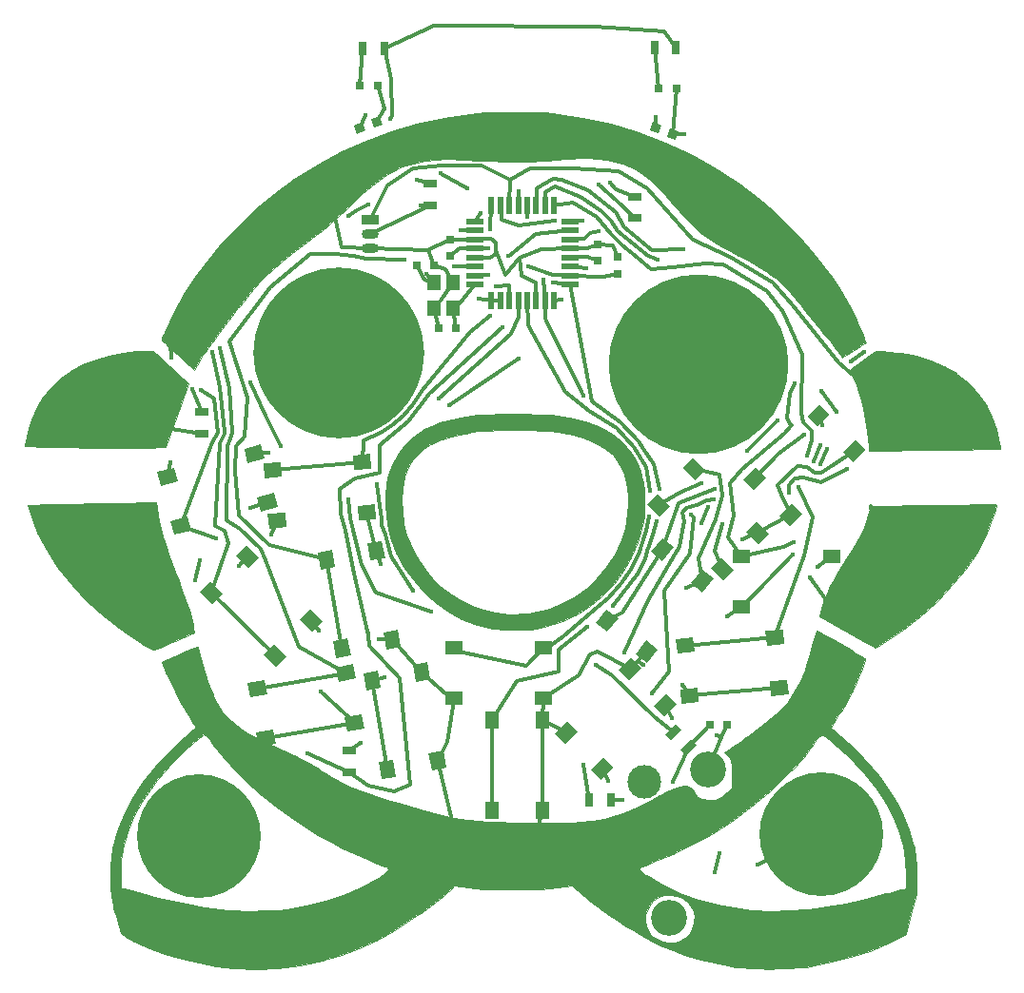
<source format=gtl>
G04 #@! TF.FileFunction,Copper,L1,Top,Signal*
%FSLAX46Y46*%
G04 Gerber Fmt 4.6, Leading zero omitted, Abs format (unit mm)*
G04 Created by KiCad (PCBNEW 4.0.7-e2-6376~58~ubuntu16.04.1) date Sun Nov 19 08:32:38 2017*
%MOMM*%
%LPD*%
G01*
G04 APERTURE LIST*
%ADD10C,0.100000*%
%ADD11C,0.010000*%
%ADD12C,15.200000*%
%ADD13C,16.000000*%
%ADD14R,0.750000X0.800000*%
%ADD15R,0.800000X0.750000*%
%ADD16C,11.000000*%
%ADD17R,1.193800X1.397000*%
%ADD18R,1.600000X0.550000*%
%ADD19R,0.550000X1.600000*%
%ADD20R,1.300000X0.700000*%
%ADD21C,3.200000*%
%ADD22C,3.000000*%
%ADD23R,1.550000X1.300000*%
%ADD24R,1.300000X1.550000*%
%ADD25O,1.500000X0.900000*%
%ADD26R,1.500000X0.900000*%
%ADD27R,0.800000X0.800000*%
%ADD28R,0.700000X1.300000*%
%ADD29C,0.400000*%
%ADD30C,0.355600*%
G04 APERTURE END LIST*
D10*
D11*
G36*
X139330964Y-70142632D02*
X139956905Y-70492003D01*
X140584001Y-70845954D01*
X141189347Y-71191186D01*
X141750039Y-71514395D01*
X142243172Y-71802282D01*
X142645844Y-72041545D01*
X142935148Y-72218883D01*
X143088181Y-72320996D01*
X143101573Y-72332323D01*
X143144208Y-72408452D01*
X143142239Y-72534293D01*
X143087508Y-72738474D01*
X142971858Y-73049622D01*
X142787132Y-73496366D01*
X142734750Y-73619585D01*
X142359631Y-74479187D01*
X142021292Y-75205928D01*
X141696112Y-75845136D01*
X141360472Y-76442140D01*
X140990753Y-77042267D01*
X140791352Y-77349143D01*
X140536726Y-77744072D01*
X140328009Y-78084155D01*
X140183461Y-78338365D01*
X140121344Y-78475675D01*
X140120904Y-78488287D01*
X140202849Y-78579624D01*
X140395060Y-78756332D01*
X140661375Y-78985634D01*
X140762258Y-79069653D01*
X142086761Y-80255811D01*
X143336662Y-81557351D01*
X144470410Y-82928622D01*
X145198392Y-83943816D01*
X145947338Y-85152030D01*
X146550518Y-86336776D01*
X147033051Y-87553313D01*
X147405014Y-88798206D01*
X147501514Y-89186250D01*
X147571667Y-89518062D01*
X147619681Y-89837019D01*
X147649767Y-90186499D01*
X147666133Y-90609877D01*
X147672989Y-91150531D01*
X147674323Y-91573391D01*
X147676703Y-93313762D01*
X147219442Y-95105022D01*
X146762182Y-96896283D01*
X146137590Y-97236254D01*
X144921266Y-97832570D01*
X143558746Y-98382973D01*
X142088932Y-98875279D01*
X140550730Y-99297303D01*
X138983041Y-99636861D01*
X137892999Y-99818373D01*
X137226846Y-99892384D01*
X136429017Y-99944803D01*
X135546369Y-99975604D01*
X134625761Y-99984762D01*
X133714051Y-99972251D01*
X132858099Y-99938045D01*
X132104762Y-99882117D01*
X131608363Y-99821855D01*
X130485893Y-99622333D01*
X129331347Y-99364792D01*
X128178445Y-99059911D01*
X127060908Y-98718372D01*
X126012456Y-98350856D01*
X125066809Y-97968045D01*
X124257689Y-97580620D01*
X123901961Y-97380800D01*
X123670322Y-97243441D01*
X123329552Y-97043210D01*
X122933305Y-96811576D01*
X122678998Y-96663493D01*
X122220888Y-96390651D01*
X121733510Y-96089858D01*
X121295706Y-95810127D01*
X121250729Y-95780312D01*
X123578736Y-95780312D01*
X123726421Y-96368904D01*
X124041933Y-96903756D01*
X124140505Y-97018619D01*
X124554136Y-97342627D01*
X125073434Y-97563186D01*
X125639286Y-97667303D01*
X126192574Y-97641984D01*
X126531512Y-97544184D01*
X127112131Y-97213958D01*
X127544516Y-96769248D01*
X127742203Y-96429216D01*
X127933781Y-95848413D01*
X127946036Y-95290705D01*
X127778372Y-94722409D01*
X127709481Y-94577112D01*
X127359081Y-94070307D01*
X126911763Y-93701818D01*
X126398156Y-93471643D01*
X125848892Y-93379783D01*
X125294601Y-93426238D01*
X124765912Y-93611009D01*
X124293456Y-93934094D01*
X123907864Y-94395494D01*
X123805406Y-94577112D01*
X123603518Y-95171781D01*
X123578736Y-95780312D01*
X121250729Y-95780312D01*
X121135430Y-95703881D01*
X120775515Y-95465971D01*
X120427534Y-95243919D01*
X120156058Y-95078764D01*
X120113975Y-95054680D01*
X119811338Y-94859952D01*
X119397099Y-94556845D01*
X118897036Y-94165537D01*
X118336926Y-93706207D01*
X117742548Y-93199031D01*
X117735622Y-93193006D01*
X117051579Y-92597815D01*
X115760067Y-92764737D01*
X115045953Y-92836437D01*
X114187196Y-92889305D01*
X113226357Y-92923343D01*
X112205997Y-92938553D01*
X111168677Y-92934936D01*
X110156956Y-92912492D01*
X109213396Y-92871223D01*
X108380557Y-92811131D01*
X107939199Y-92764511D01*
X106583918Y-92597937D01*
X106198829Y-92970049D01*
X105978529Y-93170862D01*
X105672929Y-93433250D01*
X105311022Y-93734111D01*
X104921797Y-94050346D01*
X104534246Y-94358854D01*
X104177361Y-94636537D01*
X103880131Y-94860292D01*
X103671549Y-95007021D01*
X103583265Y-95054132D01*
X103475762Y-95103717D01*
X103249500Y-95237682D01*
X102940778Y-95433837D01*
X102682168Y-95604917D01*
X101109069Y-96605305D01*
X99591405Y-97450836D01*
X98100451Y-98154929D01*
X96607484Y-98731004D01*
X95083776Y-99192478D01*
X94901147Y-99239862D01*
X92872371Y-99676922D01*
X90890126Y-99939211D01*
X88935570Y-100028384D01*
X86989863Y-99946098D01*
X86926609Y-99940570D01*
X85410491Y-99754533D01*
X83865546Y-99468278D01*
X82329277Y-99092858D01*
X80839190Y-98639324D01*
X79432792Y-98118729D01*
X78147586Y-97542124D01*
X77356332Y-97120418D01*
X77164626Y-97004763D01*
X77031406Y-96893143D01*
X76933251Y-96744122D01*
X76846740Y-96516266D01*
X76748454Y-96168139D01*
X76688178Y-95938331D01*
X76573863Y-95520589D01*
X76463669Y-95153504D01*
X76373146Y-94887214D01*
X76333068Y-94793491D01*
X76277211Y-94620873D01*
X76208611Y-94307299D01*
X76136308Y-93898695D01*
X76074543Y-93480218D01*
X75997313Y-92667471D01*
X75967817Y-91786640D01*
X75968737Y-91738021D01*
X76887825Y-91738021D01*
X76889410Y-92197871D01*
X76899611Y-92501560D01*
X76923706Y-92681047D01*
X76966969Y-92768288D01*
X77034677Y-92795242D01*
X77062540Y-92796354D01*
X77223733Y-92823224D01*
X77516722Y-92895646D01*
X77894262Y-93001338D01*
X78167910Y-93083696D01*
X80213613Y-93657185D01*
X82316500Y-94134075D01*
X84416135Y-94502414D01*
X86452075Y-94750250D01*
X86710909Y-94773162D01*
X87268429Y-94804427D01*
X87960727Y-94819090D01*
X88735263Y-94818203D01*
X89539499Y-94802819D01*
X90320893Y-94773989D01*
X91026906Y-94732767D01*
X91604999Y-94680203D01*
X91655592Y-94674137D01*
X93431808Y-94383692D01*
X95145210Y-93961998D01*
X96772062Y-93417141D01*
X98288627Y-92757207D01*
X99671171Y-91990282D01*
X99829928Y-91889522D01*
X100233619Y-91619950D01*
X100495217Y-91418987D01*
X100638144Y-91265767D01*
X100685819Y-91139421D01*
X100686254Y-91126540D01*
X100684809Y-91120724D01*
X123104016Y-91120724D01*
X123267375Y-91330898D01*
X123604080Y-91601359D01*
X123711806Y-91676326D01*
X125103488Y-92516096D01*
X126631336Y-93234863D01*
X128284516Y-93829061D01*
X130052195Y-94295123D01*
X131923539Y-94629482D01*
X133095221Y-94765737D01*
X133657779Y-94801132D01*
X134359524Y-94818331D01*
X135152459Y-94818183D01*
X135988590Y-94801537D01*
X136819921Y-94769243D01*
X137598456Y-94722149D01*
X138128184Y-94676694D01*
X139727457Y-94470666D01*
X141438677Y-94164672D01*
X143220037Y-93767185D01*
X145029728Y-93286680D01*
X145131310Y-93257416D01*
X145611534Y-93124712D01*
X146037372Y-93018615D01*
X146371593Y-92947545D01*
X146576966Y-92919917D01*
X146612977Y-92922426D01*
X146681824Y-92927567D01*
X146729134Y-92881768D01*
X146758905Y-92756703D01*
X146775137Y-92524047D01*
X146781827Y-92155475D01*
X146782999Y-91718018D01*
X146712440Y-90326980D01*
X146497055Y-88985243D01*
X146131281Y-87681516D01*
X145609556Y-86404508D01*
X144926317Y-85142930D01*
X144076001Y-83885491D01*
X143053047Y-82620901D01*
X141851890Y-81337870D01*
X141495485Y-80986030D01*
X140876344Y-80391240D01*
X140371315Y-79925555D01*
X139965721Y-79580920D01*
X139644879Y-79349284D01*
X139394110Y-79222595D01*
X139198734Y-79192799D01*
X139044070Y-79251844D01*
X138915439Y-79391678D01*
X138836124Y-79527299D01*
X138682613Y-79776714D01*
X138480403Y-80050900D01*
X138442946Y-80096427D01*
X138237133Y-80364880D01*
X138061945Y-80631786D01*
X138039715Y-80671137D01*
X137890057Y-80885801D01*
X137625055Y-81203797D01*
X137267872Y-81601113D01*
X136841667Y-82053736D01*
X136369601Y-82537656D01*
X135874835Y-83028859D01*
X135380531Y-83503335D01*
X134909848Y-83937070D01*
X134766402Y-84064748D01*
X132988496Y-85541670D01*
X131181311Y-86859132D01*
X129303057Y-88045406D01*
X127311945Y-89128765D01*
X127191733Y-89189230D01*
X126626337Y-89463691D01*
X125995990Y-89755149D01*
X125340337Y-90046605D01*
X124699022Y-90321056D01*
X124111688Y-90561503D01*
X123617980Y-90750944D01*
X123287999Y-90863312D01*
X123111670Y-90966356D01*
X123104016Y-91120724D01*
X100684809Y-91120724D01*
X100645221Y-90961449D01*
X100576630Y-90914873D01*
X100404911Y-90876140D01*
X100091574Y-90767953D01*
X99664596Y-90602332D01*
X99151954Y-90391295D01*
X98581623Y-90146861D01*
X97981582Y-89881049D01*
X97379805Y-89605877D01*
X96804270Y-89333364D01*
X96282952Y-89075529D01*
X96218184Y-89042466D01*
X94310513Y-87989142D01*
X92474540Y-86825959D01*
X90729635Y-85568722D01*
X89095168Y-84233237D01*
X87590507Y-82835311D01*
X86235023Y-81390749D01*
X85070406Y-79945552D01*
X84846490Y-79657661D01*
X84628169Y-79399910D01*
X84520376Y-79285559D01*
X84299604Y-79070125D01*
X83438524Y-79806904D01*
X82771313Y-80405177D01*
X82068403Y-81083726D01*
X81368633Y-81801785D01*
X80710839Y-82518587D01*
X80133859Y-83193365D01*
X79769195Y-83658517D01*
X78865064Y-84981771D01*
X78139255Y-86288591D01*
X77585200Y-87597399D01*
X77196330Y-88926612D01*
X76966075Y-90294652D01*
X76887868Y-91719938D01*
X76887825Y-91738021D01*
X75968737Y-91738021D01*
X75984642Y-90898006D01*
X76046376Y-90061850D01*
X76151610Y-89338454D01*
X76174051Y-89229524D01*
X76587697Y-87749253D01*
X77181938Y-86272554D01*
X77949377Y-84810652D01*
X78882614Y-83374771D01*
X79974254Y-81976136D01*
X81216898Y-80625972D01*
X82603149Y-79335504D01*
X82812629Y-79156550D01*
X83116925Y-78894181D01*
X83362359Y-78672801D01*
X83515923Y-78522712D01*
X83550347Y-78479212D01*
X83513935Y-78374106D01*
X83391382Y-78144981D01*
X83201199Y-77824173D01*
X82961897Y-77444020D01*
X82926444Y-77389312D01*
X82123455Y-76041340D01*
X81374984Y-74557596D01*
X80946370Y-73583350D01*
X80574549Y-72689956D01*
X80917478Y-72522904D01*
X81505147Y-72241925D01*
X82074272Y-71979500D01*
X82599553Y-71746358D01*
X83055686Y-71553224D01*
X83417371Y-71410828D01*
X83659304Y-71329895D01*
X83755226Y-71319767D01*
X83803002Y-71438256D01*
X83878366Y-71697743D01*
X83969459Y-72055260D01*
X84032701Y-72325214D01*
X84336582Y-73496181D01*
X84699103Y-74602726D01*
X85101288Y-75587916D01*
X85167485Y-75729296D01*
X85566315Y-76471712D01*
X86024595Y-77137306D01*
X86561743Y-77742208D01*
X87197180Y-78302545D01*
X87950326Y-78834445D01*
X88840601Y-79354035D01*
X89887425Y-79877444D01*
X90496459Y-80154871D01*
X91566248Y-80638327D01*
X92480143Y-81072063D01*
X93260210Y-81467442D01*
X93928512Y-81835825D01*
X94507114Y-82188573D01*
X94724545Y-82332000D01*
X95268926Y-82689249D01*
X95792295Y-83007359D01*
X96319031Y-83296694D01*
X96873512Y-83567614D01*
X97480116Y-83830483D01*
X98163221Y-84095662D01*
X98947206Y-84373514D01*
X99856449Y-84674400D01*
X100915328Y-85008684D01*
X101305205Y-85129155D01*
X102517183Y-85498074D01*
X103589183Y-85812948D01*
X104550631Y-86078390D01*
X105430955Y-86299010D01*
X106259584Y-86479419D01*
X107065945Y-86624229D01*
X107879466Y-86738051D01*
X108729575Y-86825496D01*
X109645700Y-86891175D01*
X110657269Y-86939700D01*
X111793709Y-86975682D01*
X113084448Y-87003732D01*
X113292629Y-87007530D01*
X114671214Y-87022535D01*
X115885452Y-87013450D01*
X116957870Y-86978027D01*
X117910996Y-86914018D01*
X118767359Y-86819173D01*
X119549487Y-86691245D01*
X120279908Y-86527985D01*
X120981150Y-86327144D01*
X121353686Y-86202947D01*
X122204780Y-85873765D01*
X123126380Y-85461944D01*
X124042917Y-85003424D01*
X124878821Y-84534144D01*
X124938558Y-84498057D01*
X125532509Y-84173066D01*
X126121250Y-83916134D01*
X126659292Y-83744404D01*
X127101146Y-83675016D01*
X127124104Y-83674474D01*
X127467735Y-83760915D01*
X127772578Y-84022721D01*
X127965298Y-84324031D01*
X128238016Y-84657877D01*
X128647890Y-84881118D01*
X129172569Y-84982932D01*
X129337184Y-84988206D01*
X129884809Y-84914787D01*
X130377011Y-84684471D01*
X130845332Y-84282171D01*
X130871341Y-84254413D01*
X131281536Y-83812280D01*
X131286609Y-82729599D01*
X131281719Y-82189515D01*
X131253620Y-81793831D01*
X131190980Y-81499174D01*
X131082467Y-81262170D01*
X130916749Y-81039448D01*
X130815686Y-80927161D01*
X130581733Y-80676116D01*
X130991810Y-80422901D01*
X131191789Y-80299016D01*
X131363272Y-80190913D01*
X131538478Y-80077184D01*
X131749627Y-79936423D01*
X132028936Y-79747223D01*
X132408624Y-79488177D01*
X132752929Y-79252768D01*
X133847914Y-78464956D01*
X134780761Y-77705541D01*
X135571053Y-76954172D01*
X136238377Y-76190496D01*
X136802316Y-75394162D01*
X137281247Y-74547216D01*
X137462913Y-74175456D01*
X137624156Y-73814910D01*
X137773818Y-73438517D01*
X137920744Y-73019216D01*
X138073775Y-72529947D01*
X138241753Y-71943648D01*
X138433523Y-71233260D01*
X138657927Y-70371721D01*
X138703076Y-70196136D01*
X138793374Y-69844437D01*
X139330964Y-70142632D01*
X139330964Y-70142632D01*
G37*
X139330964Y-70142632D02*
X139956905Y-70492003D01*
X140584001Y-70845954D01*
X141189347Y-71191186D01*
X141750039Y-71514395D01*
X142243172Y-71802282D01*
X142645844Y-72041545D01*
X142935148Y-72218883D01*
X143088181Y-72320996D01*
X143101573Y-72332323D01*
X143144208Y-72408452D01*
X143142239Y-72534293D01*
X143087508Y-72738474D01*
X142971858Y-73049622D01*
X142787132Y-73496366D01*
X142734750Y-73619585D01*
X142359631Y-74479187D01*
X142021292Y-75205928D01*
X141696112Y-75845136D01*
X141360472Y-76442140D01*
X140990753Y-77042267D01*
X140791352Y-77349143D01*
X140536726Y-77744072D01*
X140328009Y-78084155D01*
X140183461Y-78338365D01*
X140121344Y-78475675D01*
X140120904Y-78488287D01*
X140202849Y-78579624D01*
X140395060Y-78756332D01*
X140661375Y-78985634D01*
X140762258Y-79069653D01*
X142086761Y-80255811D01*
X143336662Y-81557351D01*
X144470410Y-82928622D01*
X145198392Y-83943816D01*
X145947338Y-85152030D01*
X146550518Y-86336776D01*
X147033051Y-87553313D01*
X147405014Y-88798206D01*
X147501514Y-89186250D01*
X147571667Y-89518062D01*
X147619681Y-89837019D01*
X147649767Y-90186499D01*
X147666133Y-90609877D01*
X147672989Y-91150531D01*
X147674323Y-91573391D01*
X147676703Y-93313762D01*
X147219442Y-95105022D01*
X146762182Y-96896283D01*
X146137590Y-97236254D01*
X144921266Y-97832570D01*
X143558746Y-98382973D01*
X142088932Y-98875279D01*
X140550730Y-99297303D01*
X138983041Y-99636861D01*
X137892999Y-99818373D01*
X137226846Y-99892384D01*
X136429017Y-99944803D01*
X135546369Y-99975604D01*
X134625761Y-99984762D01*
X133714051Y-99972251D01*
X132858099Y-99938045D01*
X132104762Y-99882117D01*
X131608363Y-99821855D01*
X130485893Y-99622333D01*
X129331347Y-99364792D01*
X128178445Y-99059911D01*
X127060908Y-98718372D01*
X126012456Y-98350856D01*
X125066809Y-97968045D01*
X124257689Y-97580620D01*
X123901961Y-97380800D01*
X123670322Y-97243441D01*
X123329552Y-97043210D01*
X122933305Y-96811576D01*
X122678998Y-96663493D01*
X122220888Y-96390651D01*
X121733510Y-96089858D01*
X121295706Y-95810127D01*
X121250729Y-95780312D01*
X123578736Y-95780312D01*
X123726421Y-96368904D01*
X124041933Y-96903756D01*
X124140505Y-97018619D01*
X124554136Y-97342627D01*
X125073434Y-97563186D01*
X125639286Y-97667303D01*
X126192574Y-97641984D01*
X126531512Y-97544184D01*
X127112131Y-97213958D01*
X127544516Y-96769248D01*
X127742203Y-96429216D01*
X127933781Y-95848413D01*
X127946036Y-95290705D01*
X127778372Y-94722409D01*
X127709481Y-94577112D01*
X127359081Y-94070307D01*
X126911763Y-93701818D01*
X126398156Y-93471643D01*
X125848892Y-93379783D01*
X125294601Y-93426238D01*
X124765912Y-93611009D01*
X124293456Y-93934094D01*
X123907864Y-94395494D01*
X123805406Y-94577112D01*
X123603518Y-95171781D01*
X123578736Y-95780312D01*
X121250729Y-95780312D01*
X121135430Y-95703881D01*
X120775515Y-95465971D01*
X120427534Y-95243919D01*
X120156058Y-95078764D01*
X120113975Y-95054680D01*
X119811338Y-94859952D01*
X119397099Y-94556845D01*
X118897036Y-94165537D01*
X118336926Y-93706207D01*
X117742548Y-93199031D01*
X117735622Y-93193006D01*
X117051579Y-92597815D01*
X115760067Y-92764737D01*
X115045953Y-92836437D01*
X114187196Y-92889305D01*
X113226357Y-92923343D01*
X112205997Y-92938553D01*
X111168677Y-92934936D01*
X110156956Y-92912492D01*
X109213396Y-92871223D01*
X108380557Y-92811131D01*
X107939199Y-92764511D01*
X106583918Y-92597937D01*
X106198829Y-92970049D01*
X105978529Y-93170862D01*
X105672929Y-93433250D01*
X105311022Y-93734111D01*
X104921797Y-94050346D01*
X104534246Y-94358854D01*
X104177361Y-94636537D01*
X103880131Y-94860292D01*
X103671549Y-95007021D01*
X103583265Y-95054132D01*
X103475762Y-95103717D01*
X103249500Y-95237682D01*
X102940778Y-95433837D01*
X102682168Y-95604917D01*
X101109069Y-96605305D01*
X99591405Y-97450836D01*
X98100451Y-98154929D01*
X96607484Y-98731004D01*
X95083776Y-99192478D01*
X94901147Y-99239862D01*
X92872371Y-99676922D01*
X90890126Y-99939211D01*
X88935570Y-100028384D01*
X86989863Y-99946098D01*
X86926609Y-99940570D01*
X85410491Y-99754533D01*
X83865546Y-99468278D01*
X82329277Y-99092858D01*
X80839190Y-98639324D01*
X79432792Y-98118729D01*
X78147586Y-97542124D01*
X77356332Y-97120418D01*
X77164626Y-97004763D01*
X77031406Y-96893143D01*
X76933251Y-96744122D01*
X76846740Y-96516266D01*
X76748454Y-96168139D01*
X76688178Y-95938331D01*
X76573863Y-95520589D01*
X76463669Y-95153504D01*
X76373146Y-94887214D01*
X76333068Y-94793491D01*
X76277211Y-94620873D01*
X76208611Y-94307299D01*
X76136308Y-93898695D01*
X76074543Y-93480218D01*
X75997313Y-92667471D01*
X75967817Y-91786640D01*
X75968737Y-91738021D01*
X76887825Y-91738021D01*
X76889410Y-92197871D01*
X76899611Y-92501560D01*
X76923706Y-92681047D01*
X76966969Y-92768288D01*
X77034677Y-92795242D01*
X77062540Y-92796354D01*
X77223733Y-92823224D01*
X77516722Y-92895646D01*
X77894262Y-93001338D01*
X78167910Y-93083696D01*
X80213613Y-93657185D01*
X82316500Y-94134075D01*
X84416135Y-94502414D01*
X86452075Y-94750250D01*
X86710909Y-94773162D01*
X87268429Y-94804427D01*
X87960727Y-94819090D01*
X88735263Y-94818203D01*
X89539499Y-94802819D01*
X90320893Y-94773989D01*
X91026906Y-94732767D01*
X91604999Y-94680203D01*
X91655592Y-94674137D01*
X93431808Y-94383692D01*
X95145210Y-93961998D01*
X96772062Y-93417141D01*
X98288627Y-92757207D01*
X99671171Y-91990282D01*
X99829928Y-91889522D01*
X100233619Y-91619950D01*
X100495217Y-91418987D01*
X100638144Y-91265767D01*
X100685819Y-91139421D01*
X100686254Y-91126540D01*
X100684809Y-91120724D01*
X123104016Y-91120724D01*
X123267375Y-91330898D01*
X123604080Y-91601359D01*
X123711806Y-91676326D01*
X125103488Y-92516096D01*
X126631336Y-93234863D01*
X128284516Y-93829061D01*
X130052195Y-94295123D01*
X131923539Y-94629482D01*
X133095221Y-94765737D01*
X133657779Y-94801132D01*
X134359524Y-94818331D01*
X135152459Y-94818183D01*
X135988590Y-94801537D01*
X136819921Y-94769243D01*
X137598456Y-94722149D01*
X138128184Y-94676694D01*
X139727457Y-94470666D01*
X141438677Y-94164672D01*
X143220037Y-93767185D01*
X145029728Y-93286680D01*
X145131310Y-93257416D01*
X145611534Y-93124712D01*
X146037372Y-93018615D01*
X146371593Y-92947545D01*
X146576966Y-92919917D01*
X146612977Y-92922426D01*
X146681824Y-92927567D01*
X146729134Y-92881768D01*
X146758905Y-92756703D01*
X146775137Y-92524047D01*
X146781827Y-92155475D01*
X146782999Y-91718018D01*
X146712440Y-90326980D01*
X146497055Y-88985243D01*
X146131281Y-87681516D01*
X145609556Y-86404508D01*
X144926317Y-85142930D01*
X144076001Y-83885491D01*
X143053047Y-82620901D01*
X141851890Y-81337870D01*
X141495485Y-80986030D01*
X140876344Y-80391240D01*
X140371315Y-79925555D01*
X139965721Y-79580920D01*
X139644879Y-79349284D01*
X139394110Y-79222595D01*
X139198734Y-79192799D01*
X139044070Y-79251844D01*
X138915439Y-79391678D01*
X138836124Y-79527299D01*
X138682613Y-79776714D01*
X138480403Y-80050900D01*
X138442946Y-80096427D01*
X138237133Y-80364880D01*
X138061945Y-80631786D01*
X138039715Y-80671137D01*
X137890057Y-80885801D01*
X137625055Y-81203797D01*
X137267872Y-81601113D01*
X136841667Y-82053736D01*
X136369601Y-82537656D01*
X135874835Y-83028859D01*
X135380531Y-83503335D01*
X134909848Y-83937070D01*
X134766402Y-84064748D01*
X132988496Y-85541670D01*
X131181311Y-86859132D01*
X129303057Y-88045406D01*
X127311945Y-89128765D01*
X127191733Y-89189230D01*
X126626337Y-89463691D01*
X125995990Y-89755149D01*
X125340337Y-90046605D01*
X124699022Y-90321056D01*
X124111688Y-90561503D01*
X123617980Y-90750944D01*
X123287999Y-90863312D01*
X123111670Y-90966356D01*
X123104016Y-91120724D01*
X100684809Y-91120724D01*
X100645221Y-90961449D01*
X100576630Y-90914873D01*
X100404911Y-90876140D01*
X100091574Y-90767953D01*
X99664596Y-90602332D01*
X99151954Y-90391295D01*
X98581623Y-90146861D01*
X97981582Y-89881049D01*
X97379805Y-89605877D01*
X96804270Y-89333364D01*
X96282952Y-89075529D01*
X96218184Y-89042466D01*
X94310513Y-87989142D01*
X92474540Y-86825959D01*
X90729635Y-85568722D01*
X89095168Y-84233237D01*
X87590507Y-82835311D01*
X86235023Y-81390749D01*
X85070406Y-79945552D01*
X84846490Y-79657661D01*
X84628169Y-79399910D01*
X84520376Y-79285559D01*
X84299604Y-79070125D01*
X83438524Y-79806904D01*
X82771313Y-80405177D01*
X82068403Y-81083726D01*
X81368633Y-81801785D01*
X80710839Y-82518587D01*
X80133859Y-83193365D01*
X79769195Y-83658517D01*
X78865064Y-84981771D01*
X78139255Y-86288591D01*
X77585200Y-87597399D01*
X77196330Y-88926612D01*
X76966075Y-90294652D01*
X76887868Y-91719938D01*
X76887825Y-91738021D01*
X75968737Y-91738021D01*
X75984642Y-90898006D01*
X76046376Y-90061850D01*
X76151610Y-89338454D01*
X76174051Y-89229524D01*
X76587697Y-87749253D01*
X77181938Y-86272554D01*
X77949377Y-84810652D01*
X78882614Y-83374771D01*
X79974254Y-81976136D01*
X81216898Y-80625972D01*
X82603149Y-79335504D01*
X82812629Y-79156550D01*
X83116925Y-78894181D01*
X83362359Y-78672801D01*
X83515923Y-78522712D01*
X83550347Y-78479212D01*
X83513935Y-78374106D01*
X83391382Y-78144981D01*
X83201199Y-77824173D01*
X82961897Y-77444020D01*
X82926444Y-77389312D01*
X82123455Y-76041340D01*
X81374984Y-74557596D01*
X80946370Y-73583350D01*
X80574549Y-72689956D01*
X80917478Y-72522904D01*
X81505147Y-72241925D01*
X82074272Y-71979500D01*
X82599553Y-71746358D01*
X83055686Y-71553224D01*
X83417371Y-71410828D01*
X83659304Y-71329895D01*
X83755226Y-71319767D01*
X83803002Y-71438256D01*
X83878366Y-71697743D01*
X83969459Y-72055260D01*
X84032701Y-72325214D01*
X84336582Y-73496181D01*
X84699103Y-74602726D01*
X85101288Y-75587916D01*
X85167485Y-75729296D01*
X85566315Y-76471712D01*
X86024595Y-77137306D01*
X86561743Y-77742208D01*
X87197180Y-78302545D01*
X87950326Y-78834445D01*
X88840601Y-79354035D01*
X89887425Y-79877444D01*
X90496459Y-80154871D01*
X91566248Y-80638327D01*
X92480143Y-81072063D01*
X93260210Y-81467442D01*
X93928512Y-81835825D01*
X94507114Y-82188573D01*
X94724545Y-82332000D01*
X95268926Y-82689249D01*
X95792295Y-83007359D01*
X96319031Y-83296694D01*
X96873512Y-83567614D01*
X97480116Y-83830483D01*
X98163221Y-84095662D01*
X98947206Y-84373514D01*
X99856449Y-84674400D01*
X100915328Y-85008684D01*
X101305205Y-85129155D01*
X102517183Y-85498074D01*
X103589183Y-85812948D01*
X104550631Y-86078390D01*
X105430955Y-86299010D01*
X106259584Y-86479419D01*
X107065945Y-86624229D01*
X107879466Y-86738051D01*
X108729575Y-86825496D01*
X109645700Y-86891175D01*
X110657269Y-86939700D01*
X111793709Y-86975682D01*
X113084448Y-87003732D01*
X113292629Y-87007530D01*
X114671214Y-87022535D01*
X115885452Y-87013450D01*
X116957870Y-86978027D01*
X117910996Y-86914018D01*
X118767359Y-86819173D01*
X119549487Y-86691245D01*
X120279908Y-86527985D01*
X120981150Y-86327144D01*
X121353686Y-86202947D01*
X122204780Y-85873765D01*
X123126380Y-85461944D01*
X124042917Y-85003424D01*
X124878821Y-84534144D01*
X124938558Y-84498057D01*
X125532509Y-84173066D01*
X126121250Y-83916134D01*
X126659292Y-83744404D01*
X127101146Y-83675016D01*
X127124104Y-83674474D01*
X127467735Y-83760915D01*
X127772578Y-84022721D01*
X127965298Y-84324031D01*
X128238016Y-84657877D01*
X128647890Y-84881118D01*
X129172569Y-84982932D01*
X129337184Y-84988206D01*
X129884809Y-84914787D01*
X130377011Y-84684471D01*
X130845332Y-84282171D01*
X130871341Y-84254413D01*
X131281536Y-83812280D01*
X131286609Y-82729599D01*
X131281719Y-82189515D01*
X131253620Y-81793831D01*
X131190980Y-81499174D01*
X131082467Y-81262170D01*
X130916749Y-81039448D01*
X130815686Y-80927161D01*
X130581733Y-80676116D01*
X130991810Y-80422901D01*
X131191789Y-80299016D01*
X131363272Y-80190913D01*
X131538478Y-80077184D01*
X131749627Y-79936423D01*
X132028936Y-79747223D01*
X132408624Y-79488177D01*
X132752929Y-79252768D01*
X133847914Y-78464956D01*
X134780761Y-77705541D01*
X135571053Y-76954172D01*
X136238377Y-76190496D01*
X136802316Y-75394162D01*
X137281247Y-74547216D01*
X137462913Y-74175456D01*
X137624156Y-73814910D01*
X137773818Y-73438517D01*
X137920744Y-73019216D01*
X138073775Y-72529947D01*
X138241753Y-71943648D01*
X138433523Y-71233260D01*
X138657927Y-70371721D01*
X138703076Y-70196136D01*
X138793374Y-69844437D01*
X139330964Y-70142632D01*
G36*
X80128503Y-58956162D02*
X80216121Y-59570424D01*
X80328753Y-60177961D01*
X80473904Y-60803942D01*
X80659075Y-61473539D01*
X80891771Y-62211920D01*
X81179494Y-63044256D01*
X81529748Y-63995715D01*
X81950035Y-65091469D01*
X81981691Y-65172736D01*
X82379377Y-66219360D01*
X82718582Y-67167247D01*
X82994831Y-68002166D01*
X83203649Y-68709883D01*
X83340561Y-69276168D01*
X83401079Y-69686607D01*
X83424110Y-70048340D01*
X81777814Y-70779305D01*
X81250816Y-71011971D01*
X80772540Y-71220646D01*
X80373586Y-71392176D01*
X80084558Y-71513405D01*
X79936057Y-71571177D01*
X79934756Y-71571587D01*
X79800266Y-71568064D01*
X79585536Y-71487221D01*
X79269193Y-71318541D01*
X78829863Y-71051503D01*
X78663609Y-70945988D01*
X76864705Y-69712994D01*
X75223092Y-68416280D01*
X73742855Y-67060580D01*
X72428082Y-65650630D01*
X71282858Y-64191167D01*
X70311270Y-62686926D01*
X69517404Y-61142644D01*
X68944732Y-59682280D01*
X68613887Y-58694503D01*
X70797887Y-58634464D01*
X71429057Y-58618378D01*
X72206984Y-58600582D01*
X73090295Y-58581904D01*
X74037617Y-58563171D01*
X75007574Y-58545213D01*
X75958795Y-58528857D01*
X76524763Y-58519827D01*
X80067638Y-58465228D01*
X80128503Y-58956162D01*
X80128503Y-58956162D01*
G37*
X80128503Y-58956162D02*
X80216121Y-59570424D01*
X80328753Y-60177961D01*
X80473904Y-60803942D01*
X80659075Y-61473539D01*
X80891771Y-62211920D01*
X81179494Y-63044256D01*
X81529748Y-63995715D01*
X81950035Y-65091469D01*
X81981691Y-65172736D01*
X82379377Y-66219360D01*
X82718582Y-67167247D01*
X82994831Y-68002166D01*
X83203649Y-68709883D01*
X83340561Y-69276168D01*
X83401079Y-69686607D01*
X83424110Y-70048340D01*
X81777814Y-70779305D01*
X81250816Y-71011971D01*
X80772540Y-71220646D01*
X80373586Y-71392176D01*
X80084558Y-71513405D01*
X79936057Y-71571177D01*
X79934756Y-71571587D01*
X79800266Y-71568064D01*
X79585536Y-71487221D01*
X79269193Y-71318541D01*
X78829863Y-71051503D01*
X78663609Y-70945988D01*
X76864705Y-69712994D01*
X75223092Y-68416280D01*
X73742855Y-67060580D01*
X72428082Y-65650630D01*
X71282858Y-64191167D01*
X70311270Y-62686926D01*
X69517404Y-61142644D01*
X68944732Y-59682280D01*
X68613887Y-58694503D01*
X70797887Y-58634464D01*
X71429057Y-58618378D01*
X72206984Y-58600582D01*
X73090295Y-58581904D01*
X74037617Y-58563171D01*
X75007574Y-58545213D01*
X75958795Y-58528857D01*
X76524763Y-58519827D01*
X80067638Y-58465228D01*
X80128503Y-58956162D01*
G36*
X154475385Y-58655277D02*
X154737466Y-58658438D01*
X154826998Y-58663810D01*
X154819967Y-58771756D01*
X154753772Y-59019297D01*
X154640777Y-59372007D01*
X154493344Y-59795460D01*
X154323836Y-60255229D01*
X154144618Y-60716889D01*
X153968051Y-61146013D01*
X153806501Y-61508174D01*
X153802452Y-61516725D01*
X153005122Y-62992524D01*
X152028309Y-64442476D01*
X150879837Y-65858473D01*
X149567534Y-67232407D01*
X148099226Y-68556170D01*
X146482737Y-69821652D01*
X144725896Y-71020747D01*
X144478184Y-71177229D01*
X144101888Y-71412752D01*
X143490406Y-71082920D01*
X143226984Y-70938734D01*
X142833485Y-70720615D01*
X142343553Y-70447346D01*
X141790828Y-70137708D01*
X141208954Y-69810484D01*
X140981087Y-69681987D01*
X139083248Y-68610885D01*
X139263230Y-67961401D01*
X139425249Y-67409481D01*
X139596744Y-66904220D01*
X139792310Y-66415986D01*
X140026542Y-65915150D01*
X140314036Y-65372078D01*
X140669387Y-64757141D01*
X141107190Y-64040707D01*
X141508524Y-63403048D01*
X141995236Y-62625225D01*
X142386830Y-61970427D01*
X142697827Y-61408778D01*
X142942748Y-60910400D01*
X143136116Y-60445418D01*
X143292450Y-59983954D01*
X143426272Y-59496131D01*
X143445611Y-59417566D01*
X143603955Y-58766076D01*
X149196818Y-58696284D01*
X150204555Y-58684327D01*
X151155204Y-58674244D01*
X152032285Y-58666131D01*
X152819322Y-58660083D01*
X153499836Y-58656194D01*
X154057350Y-58654561D01*
X154475385Y-58655277D01*
X154475385Y-58655277D01*
G37*
X154475385Y-58655277D02*
X154737466Y-58658438D01*
X154826998Y-58663810D01*
X154819967Y-58771756D01*
X154753772Y-59019297D01*
X154640777Y-59372007D01*
X154493344Y-59795460D01*
X154323836Y-60255229D01*
X154144618Y-60716889D01*
X153968051Y-61146013D01*
X153806501Y-61508174D01*
X153802452Y-61516725D01*
X153005122Y-62992524D01*
X152028309Y-64442476D01*
X150879837Y-65858473D01*
X149567534Y-67232407D01*
X148099226Y-68556170D01*
X146482737Y-69821652D01*
X144725896Y-71020747D01*
X144478184Y-71177229D01*
X144101888Y-71412752D01*
X143490406Y-71082920D01*
X143226984Y-70938734D01*
X142833485Y-70720615D01*
X142343553Y-70447346D01*
X141790828Y-70137708D01*
X141208954Y-69810484D01*
X140981087Y-69681987D01*
X139083248Y-68610885D01*
X139263230Y-67961401D01*
X139425249Y-67409481D01*
X139596744Y-66904220D01*
X139792310Y-66415986D01*
X140026542Y-65915150D01*
X140314036Y-65372078D01*
X140669387Y-64757141D01*
X141107190Y-64040707D01*
X141508524Y-63403048D01*
X141995236Y-62625225D01*
X142386830Y-61970427D01*
X142697827Y-61408778D01*
X142942748Y-60910400D01*
X143136116Y-60445418D01*
X143292450Y-59983954D01*
X143426272Y-59496131D01*
X143445611Y-59417566D01*
X143603955Y-58766076D01*
X149196818Y-58696284D01*
X150204555Y-58684327D01*
X151155204Y-58674244D01*
X152032285Y-58666131D01*
X152819322Y-58660083D01*
X153499836Y-58656194D01*
X154057350Y-58654561D01*
X154475385Y-58655277D01*
G36*
X113065924Y-50609825D02*
X113860923Y-50624857D01*
X114581115Y-50647659D01*
X115193652Y-50678205D01*
X115665686Y-50716466D01*
X115785592Y-50730858D01*
X117225453Y-50982913D01*
X118506556Y-51331599D01*
X119633550Y-51780280D01*
X120611081Y-52332320D01*
X121443798Y-52991086D01*
X122136347Y-53759942D01*
X122693378Y-54642254D01*
X123119538Y-55641386D01*
X123276548Y-56154503D01*
X123381454Y-56686004D01*
X123452265Y-57348174D01*
X123488363Y-58086534D01*
X123489130Y-58846608D01*
X123453951Y-59573917D01*
X123382209Y-60213984D01*
X123325908Y-60513672D01*
X122907199Y-61965123D01*
X122334474Y-63326126D01*
X121617864Y-64586794D01*
X120767501Y-65737241D01*
X119793517Y-66767580D01*
X118706043Y-67667927D01*
X117515211Y-68428393D01*
X116231152Y-69039095D01*
X114863998Y-69490144D01*
X113914894Y-69696658D01*
X113288069Y-69775229D01*
X112549802Y-69819323D01*
X111765193Y-69828933D01*
X110999342Y-69804053D01*
X110317350Y-69744677D01*
X110000036Y-69697032D01*
X108598575Y-69348939D01*
X107267496Y-68833875D01*
X106018718Y-68163704D01*
X104864157Y-67350289D01*
X103815732Y-66405493D01*
X102885360Y-65341180D01*
X102084959Y-64169213D01*
X101426445Y-62901455D01*
X100921737Y-61549770D01*
X100627010Y-60366658D01*
X100514657Y-59567463D01*
X100464472Y-58689242D01*
X100470954Y-58174283D01*
X101916601Y-58174283D01*
X101952661Y-59245614D01*
X102102821Y-60323645D01*
X102366708Y-61372938D01*
X102566088Y-61940058D01*
X102972372Y-62827827D01*
X103485843Y-63716306D01*
X104073575Y-64558154D01*
X104702639Y-65306029D01*
X105314256Y-65891130D01*
X106249615Y-66612201D01*
X107173013Y-67191150D01*
X108126742Y-67646611D01*
X109153096Y-67997218D01*
X110294366Y-68261606D01*
X110940777Y-68370224D01*
X111405168Y-68409602D01*
X111988908Y-68413987D01*
X112626861Y-68385324D01*
X113253890Y-68325561D01*
X113480777Y-68294338D01*
X114817595Y-67999361D01*
X116079798Y-67537739D01*
X117255561Y-66920187D01*
X118333056Y-66157422D01*
X119300457Y-65260160D01*
X120145939Y-64239118D01*
X120857675Y-63105012D01*
X121423838Y-61868559D01*
X121772485Y-60780809D01*
X121896859Y-60163158D01*
X121982762Y-59438691D01*
X122028337Y-58665267D01*
X122031729Y-57900748D01*
X121991082Y-57202994D01*
X121905477Y-56634060D01*
X121632508Y-55735549D01*
X121233675Y-54945015D01*
X120702275Y-54257608D01*
X120031608Y-53668478D01*
X119214971Y-53172775D01*
X118245662Y-52765649D01*
X117116980Y-52442248D01*
X115822223Y-52197724D01*
X115763446Y-52189011D01*
X115114952Y-52116371D01*
X114320121Y-52063153D01*
X113419738Y-52029148D01*
X112454588Y-52014150D01*
X111465456Y-52017951D01*
X110493125Y-52040342D01*
X109578382Y-52081115D01*
X108762011Y-52140064D01*
X108084795Y-52216980D01*
X108007554Y-52228527D01*
X107005039Y-52417373D01*
X106067981Y-52659632D01*
X105235011Y-52943568D01*
X104544762Y-53257444D01*
X104451629Y-53308817D01*
X103888273Y-53696921D01*
X103345205Y-54193561D01*
X102873554Y-54745221D01*
X102524448Y-55298389D01*
X102496749Y-55354873D01*
X102188271Y-56193475D01*
X101995013Y-57145091D01*
X101916601Y-58174283D01*
X100470954Y-58174283D01*
X100475706Y-57796884D01*
X100547606Y-56955273D01*
X100674654Y-56248577D01*
X101030445Y-55168841D01*
X101540147Y-54195670D01*
X102199014Y-53334492D01*
X103002301Y-52590736D01*
X103945261Y-51969832D01*
X104751767Y-51583713D01*
X105328335Y-51376102D01*
X106033961Y-51169291D01*
X106810071Y-50978023D01*
X107598092Y-50817041D01*
X108165592Y-50724491D01*
X108564489Y-50684359D01*
X109118516Y-50652189D01*
X109794826Y-50627956D01*
X110560570Y-50611630D01*
X111382899Y-50603184D01*
X112228967Y-50602592D01*
X113065924Y-50609825D01*
X113065924Y-50609825D01*
G37*
X113065924Y-50609825D02*
X113860923Y-50624857D01*
X114581115Y-50647659D01*
X115193652Y-50678205D01*
X115665686Y-50716466D01*
X115785592Y-50730858D01*
X117225453Y-50982913D01*
X118506556Y-51331599D01*
X119633550Y-51780280D01*
X120611081Y-52332320D01*
X121443798Y-52991086D01*
X122136347Y-53759942D01*
X122693378Y-54642254D01*
X123119538Y-55641386D01*
X123276548Y-56154503D01*
X123381454Y-56686004D01*
X123452265Y-57348174D01*
X123488363Y-58086534D01*
X123489130Y-58846608D01*
X123453951Y-59573917D01*
X123382209Y-60213984D01*
X123325908Y-60513672D01*
X122907199Y-61965123D01*
X122334474Y-63326126D01*
X121617864Y-64586794D01*
X120767501Y-65737241D01*
X119793517Y-66767580D01*
X118706043Y-67667927D01*
X117515211Y-68428393D01*
X116231152Y-69039095D01*
X114863998Y-69490144D01*
X113914894Y-69696658D01*
X113288069Y-69775229D01*
X112549802Y-69819323D01*
X111765193Y-69828933D01*
X110999342Y-69804053D01*
X110317350Y-69744677D01*
X110000036Y-69697032D01*
X108598575Y-69348939D01*
X107267496Y-68833875D01*
X106018718Y-68163704D01*
X104864157Y-67350289D01*
X103815732Y-66405493D01*
X102885360Y-65341180D01*
X102084959Y-64169213D01*
X101426445Y-62901455D01*
X100921737Y-61549770D01*
X100627010Y-60366658D01*
X100514657Y-59567463D01*
X100464472Y-58689242D01*
X100470954Y-58174283D01*
X101916601Y-58174283D01*
X101952661Y-59245614D01*
X102102821Y-60323645D01*
X102366708Y-61372938D01*
X102566088Y-61940058D01*
X102972372Y-62827827D01*
X103485843Y-63716306D01*
X104073575Y-64558154D01*
X104702639Y-65306029D01*
X105314256Y-65891130D01*
X106249615Y-66612201D01*
X107173013Y-67191150D01*
X108126742Y-67646611D01*
X109153096Y-67997218D01*
X110294366Y-68261606D01*
X110940777Y-68370224D01*
X111405168Y-68409602D01*
X111988908Y-68413987D01*
X112626861Y-68385324D01*
X113253890Y-68325561D01*
X113480777Y-68294338D01*
X114817595Y-67999361D01*
X116079798Y-67537739D01*
X117255561Y-66920187D01*
X118333056Y-66157422D01*
X119300457Y-65260160D01*
X120145939Y-64239118D01*
X120857675Y-63105012D01*
X121423838Y-61868559D01*
X121772485Y-60780809D01*
X121896859Y-60163158D01*
X121982762Y-59438691D01*
X122028337Y-58665267D01*
X122031729Y-57900748D01*
X121991082Y-57202994D01*
X121905477Y-56634060D01*
X121632508Y-55735549D01*
X121233675Y-54945015D01*
X120702275Y-54257608D01*
X120031608Y-53668478D01*
X119214971Y-53172775D01*
X118245662Y-52765649D01*
X117116980Y-52442248D01*
X115822223Y-52197724D01*
X115763446Y-52189011D01*
X115114952Y-52116371D01*
X114320121Y-52063153D01*
X113419738Y-52029148D01*
X112454588Y-52014150D01*
X111465456Y-52017951D01*
X110493125Y-52040342D01*
X109578382Y-52081115D01*
X108762011Y-52140064D01*
X108084795Y-52216980D01*
X108007554Y-52228527D01*
X107005039Y-52417373D01*
X106067981Y-52659632D01*
X105235011Y-52943568D01*
X104544762Y-53257444D01*
X104451629Y-53308817D01*
X103888273Y-53696921D01*
X103345205Y-54193561D01*
X102873554Y-54745221D01*
X102524448Y-55298389D01*
X102496749Y-55354873D01*
X102188271Y-56193475D01*
X101995013Y-57145091D01*
X101916601Y-58174283D01*
X100470954Y-58174283D01*
X100475706Y-57796884D01*
X100547606Y-56955273D01*
X100674654Y-56248577D01*
X101030445Y-55168841D01*
X101540147Y-54195670D01*
X102199014Y-53334492D01*
X103002301Y-52590736D01*
X103945261Y-51969832D01*
X104751767Y-51583713D01*
X105328335Y-51376102D01*
X106033961Y-51169291D01*
X106810071Y-50978023D01*
X107598092Y-50817041D01*
X108165592Y-50724491D01*
X108564489Y-50684359D01*
X109118516Y-50652189D01*
X109794826Y-50627956D01*
X110560570Y-50611630D01*
X111382899Y-50603184D01*
X112228967Y-50602592D01*
X113065924Y-50609825D01*
G36*
X144798763Y-45021244D02*
X145006991Y-45031429D01*
X146372870Y-45169626D01*
X147711696Y-45439509D01*
X148989382Y-45830505D01*
X150171841Y-46332041D01*
X151224985Y-46933544D01*
X151298555Y-46982899D01*
X152291226Y-47766712D01*
X153142368Y-48674362D01*
X153851360Y-49705010D01*
X154417581Y-50857813D01*
X154668328Y-51544873D01*
X154784622Y-51932492D01*
X154897917Y-52360537D01*
X154999493Y-52788747D01*
X155080629Y-53176860D01*
X155132606Y-53484615D01*
X155146704Y-53671752D01*
X155136744Y-53707574D01*
X155040265Y-53712879D01*
X154771789Y-53719936D01*
X154347455Y-53728493D01*
X153783404Y-53738297D01*
X153095775Y-53749096D01*
X152300708Y-53760638D01*
X151414344Y-53772671D01*
X150452821Y-53784943D01*
X149432281Y-53797201D01*
X149306448Y-53798662D01*
X143504341Y-53865731D01*
X143452458Y-53457895D01*
X143283761Y-52206350D01*
X143115777Y-51120336D01*
X142943566Y-50177319D01*
X142762189Y-49354766D01*
X142566706Y-48630144D01*
X142352177Y-47980920D01*
X142128576Y-47418883D01*
X141987998Y-47072422D01*
X141890655Y-46790395D01*
X141851209Y-46617276D01*
X141854856Y-46588597D01*
X141949557Y-46506238D01*
X142167431Y-46345691D01*
X142474107Y-46131622D01*
X142768266Y-45933096D01*
X143136618Y-45680101D01*
X143457341Y-45445295D01*
X143690318Y-45258892D01*
X143784029Y-45168163D01*
X143863080Y-45086176D01*
X143967110Y-45034624D01*
X144133087Y-45009373D01*
X144397982Y-45006291D01*
X144798763Y-45021244D01*
X144798763Y-45021244D01*
G37*
X144798763Y-45021244D02*
X145006991Y-45031429D01*
X146372870Y-45169626D01*
X147711696Y-45439509D01*
X148989382Y-45830505D01*
X150171841Y-46332041D01*
X151224985Y-46933544D01*
X151298555Y-46982899D01*
X152291226Y-47766712D01*
X153142368Y-48674362D01*
X153851360Y-49705010D01*
X154417581Y-50857813D01*
X154668328Y-51544873D01*
X154784622Y-51932492D01*
X154897917Y-52360537D01*
X154999493Y-52788747D01*
X155080629Y-53176860D01*
X155132606Y-53484615D01*
X155146704Y-53671752D01*
X155136744Y-53707574D01*
X155040265Y-53712879D01*
X154771789Y-53719936D01*
X154347455Y-53728493D01*
X153783404Y-53738297D01*
X153095775Y-53749096D01*
X152300708Y-53760638D01*
X151414344Y-53772671D01*
X150452821Y-53784943D01*
X149432281Y-53797201D01*
X149306448Y-53798662D01*
X143504341Y-53865731D01*
X143452458Y-53457895D01*
X143283761Y-52206350D01*
X143115777Y-51120336D01*
X142943566Y-50177319D01*
X142762189Y-49354766D01*
X142566706Y-48630144D01*
X142352177Y-47980920D01*
X142128576Y-47418883D01*
X141987998Y-47072422D01*
X141890655Y-46790395D01*
X141851209Y-46617276D01*
X141854856Y-46588597D01*
X141949557Y-46506238D01*
X142167431Y-46345691D01*
X142474107Y-46131622D01*
X142768266Y-45933096D01*
X143136618Y-45680101D01*
X143457341Y-45445295D01*
X143690318Y-45258892D01*
X143784029Y-45168163D01*
X143863080Y-45086176D01*
X143967110Y-45034624D01*
X144133087Y-45009373D01*
X144397982Y-45006291D01*
X144798763Y-45021244D01*
G36*
X80702531Y-45845607D02*
X81125313Y-46227790D01*
X81567639Y-46631857D01*
X81974400Y-47007244D01*
X82266073Y-47280237D01*
X82895442Y-47875984D01*
X81889776Y-50707141D01*
X80884110Y-53538299D01*
X79143740Y-53599653D01*
X78366560Y-53622942D01*
X77579212Y-53637621D01*
X76753830Y-53643544D01*
X75862551Y-53640569D01*
X74877511Y-53628553D01*
X73770846Y-53607350D01*
X72514692Y-53576818D01*
X71994110Y-53562789D01*
X71309708Y-53544156D01*
X70647827Y-53526558D01*
X70044745Y-53510929D01*
X69536741Y-53498199D01*
X69160095Y-53489303D01*
X69019404Y-53486329D01*
X68349512Y-53473391D01*
X68432598Y-53026540D01*
X68689166Y-51965373D01*
X69052794Y-50924332D01*
X69503284Y-49949787D01*
X70020438Y-49088105D01*
X70326806Y-48678061D01*
X70885110Y-48069591D01*
X71547028Y-47469634D01*
X72239057Y-46941953D01*
X72588554Y-46716002D01*
X73573639Y-46205094D01*
X74687307Y-45767654D01*
X75879870Y-45416981D01*
X77101644Y-45166376D01*
X78302942Y-45029138D01*
X78974234Y-45006725D01*
X79768360Y-45006725D01*
X80702531Y-45845607D01*
X80702531Y-45845607D01*
G37*
X80702531Y-45845607D02*
X81125313Y-46227790D01*
X81567639Y-46631857D01*
X81974400Y-47007244D01*
X82266073Y-47280237D01*
X82895442Y-47875984D01*
X81889776Y-50707141D01*
X80884110Y-53538299D01*
X79143740Y-53599653D01*
X78366560Y-53622942D01*
X77579212Y-53637621D01*
X76753830Y-53643544D01*
X75862551Y-53640569D01*
X74877511Y-53628553D01*
X73770846Y-53607350D01*
X72514692Y-53576818D01*
X71994110Y-53562789D01*
X71309708Y-53544156D01*
X70647827Y-53526558D01*
X70044745Y-53510929D01*
X69536741Y-53498199D01*
X69160095Y-53489303D01*
X69019404Y-53486329D01*
X68349512Y-53473391D01*
X68432598Y-53026540D01*
X68689166Y-51965373D01*
X69052794Y-50924332D01*
X69503284Y-49949787D01*
X70020438Y-49088105D01*
X70326806Y-48678061D01*
X70885110Y-48069591D01*
X71547028Y-47469634D01*
X72239057Y-46941953D01*
X72588554Y-46716002D01*
X73573639Y-46205094D01*
X74687307Y-45767654D01*
X75879870Y-45416981D01*
X77101644Y-45166376D01*
X78302942Y-45029138D01*
X78974234Y-45006725D01*
X79768360Y-45006725D01*
X80702531Y-45845607D01*
G36*
X113038315Y-23709538D02*
X113904308Y-23731746D01*
X114667216Y-23768970D01*
X115285968Y-23821493D01*
X115315221Y-23824857D01*
X117949934Y-24221468D01*
X120498025Y-24785012D01*
X122960351Y-25515845D01*
X125337769Y-26414326D01*
X127631139Y-27480813D01*
X129841318Y-28715665D01*
X131969164Y-30119238D01*
X133859880Y-31563996D01*
X135007137Y-32555828D01*
X136149274Y-33646710D01*
X137264903Y-34810868D01*
X138332636Y-36022530D01*
X139331085Y-37255923D01*
X140238862Y-38485273D01*
X141034581Y-39684808D01*
X141696853Y-40828755D01*
X141932963Y-41292384D01*
X142138349Y-41724265D01*
X142356180Y-42198366D01*
X142573244Y-42683949D01*
X142776328Y-43150273D01*
X142952220Y-43566601D01*
X143087706Y-43902193D01*
X143169576Y-44126310D01*
X143186059Y-44207719D01*
X143029966Y-44318607D01*
X142773940Y-44491426D01*
X142453190Y-44703398D01*
X142102929Y-44931743D01*
X141758368Y-45153682D01*
X141454718Y-45346437D01*
X141227189Y-45487228D01*
X141110994Y-45553277D01*
X141103155Y-45555205D01*
X140953491Y-45337409D01*
X140701779Y-44999619D01*
X140367004Y-44565894D01*
X139968148Y-44060293D01*
X139524197Y-43506875D01*
X139054132Y-42929701D01*
X138576939Y-42352827D01*
X138565810Y-42339489D01*
X138138820Y-41825310D01*
X137731375Y-41329940D01*
X137366152Y-40881316D01*
X137065832Y-40507375D01*
X136853094Y-40236053D01*
X136788775Y-40150509D01*
X136372804Y-39650416D01*
X135839023Y-39111841D01*
X135237763Y-38580734D01*
X134619353Y-38103045D01*
X134328758Y-37904631D01*
X134010829Y-37708133D01*
X133564709Y-37446363D01*
X133028947Y-37141215D01*
X132442090Y-36814583D01*
X131842686Y-36488360D01*
X131709839Y-36417151D01*
X130860379Y-35958084D01*
X130147807Y-35556629D01*
X129541816Y-35188698D01*
X129012104Y-34830206D01*
X128528365Y-34457066D01*
X128060295Y-34045192D01*
X127577590Y-33570498D01*
X127049944Y-33008896D01*
X126447055Y-32336302D01*
X126147939Y-31996486D01*
X125350327Y-31107080D01*
X124635702Y-30359886D01*
X123981578Y-29741311D01*
X123365469Y-29237764D01*
X122764887Y-28835652D01*
X122157347Y-28521382D01*
X121520362Y-28281363D01*
X120831445Y-28102001D01*
X120068110Y-27969706D01*
X119344743Y-27884185D01*
X119029606Y-27855962D01*
X118719588Y-27836825D01*
X118392309Y-27827604D01*
X118025384Y-27829128D01*
X117596431Y-27842227D01*
X117083068Y-27867730D01*
X116462912Y-27906467D01*
X115713581Y-27959267D01*
X114812691Y-28026960D01*
X114186332Y-28075363D01*
X113546082Y-28119090D01*
X112925864Y-28147165D01*
X112293284Y-28159229D01*
X111615949Y-28154925D01*
X110861466Y-28133896D01*
X109997442Y-28095783D01*
X108991483Y-28040229D01*
X108541888Y-28013031D01*
X107706587Y-27963848D01*
X107025115Y-27929923D01*
X106463807Y-27910839D01*
X105988997Y-27906178D01*
X105567021Y-27915524D01*
X105164213Y-27938460D01*
X104825962Y-27966987D01*
X103996660Y-28061672D01*
X103248078Y-28188655D01*
X102558756Y-28359742D01*
X101907233Y-28586739D01*
X101272047Y-28881452D01*
X100631739Y-29255686D01*
X99964847Y-29721248D01*
X99249911Y-30289944D01*
X98465471Y-30973578D01*
X97590064Y-31783958D01*
X97183618Y-32171175D01*
X96407470Y-32894628D01*
X95627298Y-33583030D01*
X94885758Y-34199745D01*
X94253753Y-34687457D01*
X93150077Y-35508263D01*
X92184956Y-36251037D01*
X91336575Y-36936136D01*
X90583118Y-37583918D01*
X89902769Y-38214743D01*
X89273712Y-38848969D01*
X88674132Y-39506953D01*
X88082214Y-40209055D01*
X87476140Y-40975632D01*
X87377083Y-41104731D01*
X86707296Y-41981973D01*
X86140916Y-42726798D01*
X85666062Y-43355479D01*
X85270853Y-43884292D01*
X84943411Y-44329509D01*
X84671856Y-44707404D01*
X84444306Y-45034251D01*
X84248884Y-45326324D01*
X84073707Y-45599896D01*
X83953191Y-45794969D01*
X83410845Y-46684495D01*
X81982848Y-45367944D01*
X81554610Y-44971045D01*
X81177706Y-44617738D01*
X80872620Y-44327558D01*
X80659841Y-44120038D01*
X80559852Y-44014712D01*
X80554851Y-44006326D01*
X80588528Y-43905199D01*
X80678782Y-43671808D01*
X80809451Y-43347407D01*
X80884930Y-43163873D01*
X81638123Y-41515844D01*
X82514518Y-39921352D01*
X83526590Y-38362524D01*
X84686813Y-36821485D01*
X86007661Y-35280363D01*
X87415161Y-33807372D01*
X88365792Y-32880404D01*
X89248769Y-32070037D01*
X90106883Y-31340554D01*
X90982926Y-30656235D01*
X91919689Y-29981362D01*
X92361147Y-29678868D01*
X94446035Y-28364247D01*
X96564554Y-27220235D01*
X98733390Y-26240631D01*
X100969232Y-25419233D01*
X103288769Y-24749840D01*
X105708687Y-24226251D01*
X107977443Y-23875677D01*
X108599494Y-23813768D01*
X109364875Y-23765167D01*
X110232516Y-23730159D01*
X111161350Y-23709029D01*
X112110306Y-23702060D01*
X113038315Y-23709538D01*
X113038315Y-23709538D01*
G37*
X113038315Y-23709538D02*
X113904308Y-23731746D01*
X114667216Y-23768970D01*
X115285968Y-23821493D01*
X115315221Y-23824857D01*
X117949934Y-24221468D01*
X120498025Y-24785012D01*
X122960351Y-25515845D01*
X125337769Y-26414326D01*
X127631139Y-27480813D01*
X129841318Y-28715665D01*
X131969164Y-30119238D01*
X133859880Y-31563996D01*
X135007137Y-32555828D01*
X136149274Y-33646710D01*
X137264903Y-34810868D01*
X138332636Y-36022530D01*
X139331085Y-37255923D01*
X140238862Y-38485273D01*
X141034581Y-39684808D01*
X141696853Y-40828755D01*
X141932963Y-41292384D01*
X142138349Y-41724265D01*
X142356180Y-42198366D01*
X142573244Y-42683949D01*
X142776328Y-43150273D01*
X142952220Y-43566601D01*
X143087706Y-43902193D01*
X143169576Y-44126310D01*
X143186059Y-44207719D01*
X143029966Y-44318607D01*
X142773940Y-44491426D01*
X142453190Y-44703398D01*
X142102929Y-44931743D01*
X141758368Y-45153682D01*
X141454718Y-45346437D01*
X141227189Y-45487228D01*
X141110994Y-45553277D01*
X141103155Y-45555205D01*
X140953491Y-45337409D01*
X140701779Y-44999619D01*
X140367004Y-44565894D01*
X139968148Y-44060293D01*
X139524197Y-43506875D01*
X139054132Y-42929701D01*
X138576939Y-42352827D01*
X138565810Y-42339489D01*
X138138820Y-41825310D01*
X137731375Y-41329940D01*
X137366152Y-40881316D01*
X137065832Y-40507375D01*
X136853094Y-40236053D01*
X136788775Y-40150509D01*
X136372804Y-39650416D01*
X135839023Y-39111841D01*
X135237763Y-38580734D01*
X134619353Y-38103045D01*
X134328758Y-37904631D01*
X134010829Y-37708133D01*
X133564709Y-37446363D01*
X133028947Y-37141215D01*
X132442090Y-36814583D01*
X131842686Y-36488360D01*
X131709839Y-36417151D01*
X130860379Y-35958084D01*
X130147807Y-35556629D01*
X129541816Y-35188698D01*
X129012104Y-34830206D01*
X128528365Y-34457066D01*
X128060295Y-34045192D01*
X127577590Y-33570498D01*
X127049944Y-33008896D01*
X126447055Y-32336302D01*
X126147939Y-31996486D01*
X125350327Y-31107080D01*
X124635702Y-30359886D01*
X123981578Y-29741311D01*
X123365469Y-29237764D01*
X122764887Y-28835652D01*
X122157347Y-28521382D01*
X121520362Y-28281363D01*
X120831445Y-28102001D01*
X120068110Y-27969706D01*
X119344743Y-27884185D01*
X119029606Y-27855962D01*
X118719588Y-27836825D01*
X118392309Y-27827604D01*
X118025384Y-27829128D01*
X117596431Y-27842227D01*
X117083068Y-27867730D01*
X116462912Y-27906467D01*
X115713581Y-27959267D01*
X114812691Y-28026960D01*
X114186332Y-28075363D01*
X113546082Y-28119090D01*
X112925864Y-28147165D01*
X112293284Y-28159229D01*
X111615949Y-28154925D01*
X110861466Y-28133896D01*
X109997442Y-28095783D01*
X108991483Y-28040229D01*
X108541888Y-28013031D01*
X107706587Y-27963848D01*
X107025115Y-27929923D01*
X106463807Y-27910839D01*
X105988997Y-27906178D01*
X105567021Y-27915524D01*
X105164213Y-27938460D01*
X104825962Y-27966987D01*
X103996660Y-28061672D01*
X103248078Y-28188655D01*
X102558756Y-28359742D01*
X101907233Y-28586739D01*
X101272047Y-28881452D01*
X100631739Y-29255686D01*
X99964847Y-29721248D01*
X99249911Y-30289944D01*
X98465471Y-30973578D01*
X97590064Y-31783958D01*
X97183618Y-32171175D01*
X96407470Y-32894628D01*
X95627298Y-33583030D01*
X94885758Y-34199745D01*
X94253753Y-34687457D01*
X93150077Y-35508263D01*
X92184956Y-36251037D01*
X91336575Y-36936136D01*
X90583118Y-37583918D01*
X89902769Y-38214743D01*
X89273712Y-38848969D01*
X88674132Y-39506953D01*
X88082214Y-40209055D01*
X87476140Y-40975632D01*
X87377083Y-41104731D01*
X86707296Y-41981973D01*
X86140916Y-42726798D01*
X85666062Y-43355479D01*
X85270853Y-43884292D01*
X84943411Y-44329509D01*
X84671856Y-44707404D01*
X84444306Y-45034251D01*
X84248884Y-45326324D01*
X84073707Y-45599896D01*
X83953191Y-45794969D01*
X83410845Y-46684495D01*
X81982848Y-45367944D01*
X81554610Y-44971045D01*
X81177706Y-44617738D01*
X80872620Y-44327558D01*
X80659841Y-44120038D01*
X80559852Y-44014712D01*
X80554851Y-44006326D01*
X80588528Y-43905199D01*
X80678782Y-43671808D01*
X80809451Y-43347407D01*
X80884930Y-43163873D01*
X81638123Y-41515844D01*
X82514518Y-39921352D01*
X83526590Y-38362524D01*
X84686813Y-36821485D01*
X86007661Y-35280363D01*
X87415161Y-33807372D01*
X88365792Y-32880404D01*
X89248769Y-32070037D01*
X90106883Y-31340554D01*
X90982926Y-30656235D01*
X91919689Y-29981362D01*
X92361147Y-29678868D01*
X94446035Y-28364247D01*
X96564554Y-27220235D01*
X98733390Y-26240631D01*
X100969232Y-25419233D01*
X103288769Y-24749840D01*
X105708687Y-24226251D01*
X107977443Y-23875677D01*
X108599494Y-23813768D01*
X109364875Y-23765167D01*
X110232516Y-23730159D01*
X111161350Y-23709029D01*
X112110306Y-23702060D01*
X113038315Y-23709538D01*
D12*
X96287443Y-45161540D03*
D13*
X128287443Y-46161540D03*
D14*
X106234000Y-36546000D03*
X106234000Y-35046000D03*
X121154000Y-38146000D03*
X121154000Y-36646000D03*
X119314000Y-36971000D03*
X119314000Y-35471000D03*
D15*
X103274000Y-37341000D03*
X104774000Y-37341000D03*
X106695443Y-42993540D03*
X105195443Y-42993540D03*
D10*
G36*
X97954177Y-25647301D02*
X97680561Y-24895547D01*
X98432315Y-24621931D01*
X98705931Y-25373685D01*
X97954177Y-25647301D01*
X97954177Y-25647301D01*
G37*
G36*
X99457685Y-25100069D02*
X99184069Y-24348315D01*
X99935823Y-24074699D01*
X100209439Y-24826453D01*
X99457685Y-25100069D01*
X99457685Y-25100069D01*
G37*
G36*
X124010561Y-25361453D02*
X124284177Y-24609699D01*
X125035931Y-24883315D01*
X124762315Y-25635069D01*
X124010561Y-25361453D01*
X124010561Y-25361453D01*
G37*
G36*
X125514069Y-25908685D02*
X125787685Y-25156931D01*
X126539439Y-25430547D01*
X126265823Y-26182301D01*
X125514069Y-25908685D01*
X125514069Y-25908685D01*
G37*
D16*
X139270000Y-88011000D03*
X83885000Y-88186000D03*
D17*
X106453443Y-38929540D03*
X104751643Y-38929540D03*
X104751643Y-41215540D03*
X106453443Y-41215540D03*
D18*
X108429000Y-33461000D03*
X108429000Y-34261000D03*
X108429000Y-35061000D03*
X108429000Y-35861000D03*
X108429000Y-36661000D03*
X108429000Y-37461000D03*
X108429000Y-38261000D03*
X108429000Y-39061000D03*
D19*
X109879000Y-40511000D03*
X110679000Y-40511000D03*
X111479000Y-40511000D03*
X112279000Y-40511000D03*
X113079000Y-40511000D03*
X113879000Y-40511000D03*
X114679000Y-40511000D03*
X115479000Y-40511000D03*
D18*
X116929000Y-39061000D03*
X116929000Y-38261000D03*
X116929000Y-37461000D03*
X116929000Y-36661000D03*
X116929000Y-35861000D03*
X116929000Y-35061000D03*
X116929000Y-34261000D03*
X116929000Y-33461000D03*
D19*
X115479000Y-32011000D03*
X114679000Y-32011000D03*
X113879000Y-32011000D03*
X113079000Y-32011000D03*
X112279000Y-32011000D03*
X111479000Y-32011000D03*
X110679000Y-32011000D03*
X109879000Y-32011000D03*
D15*
X130825443Y-78299540D03*
X129325443Y-78299540D03*
D10*
G36*
X128152301Y-80029159D02*
X127233062Y-80948398D01*
X126738087Y-80453423D01*
X127657326Y-79534184D01*
X128152301Y-80029159D01*
X128152301Y-80029159D01*
G37*
G36*
X126808799Y-78685657D02*
X125889560Y-79604896D01*
X125394585Y-79109921D01*
X126313824Y-78190682D01*
X126808799Y-78685657D01*
X126808799Y-78685657D01*
G37*
D20*
X104421443Y-32005540D03*
X104421443Y-30105540D03*
X122607443Y-33169540D03*
X122607443Y-31269540D03*
D21*
X125652670Y-95467909D03*
X129198491Y-82234725D03*
D22*
X123528629Y-83303681D03*
X148617443Y-50613540D03*
X79275443Y-51629540D03*
X78767443Y-65599540D03*
X149125443Y-62043540D03*
D20*
X84101443Y-52325540D03*
X84101443Y-50425540D03*
D10*
G36*
X90553849Y-57639160D02*
X90890314Y-58894864D01*
X89393129Y-59296034D01*
X89056664Y-58040330D01*
X90553849Y-57639160D01*
X90553849Y-57639160D01*
G37*
G36*
X89389163Y-53292494D02*
X89725628Y-54548198D01*
X88228443Y-54949368D01*
X87891978Y-53693664D01*
X89389163Y-53292494D01*
X89389163Y-53292494D01*
G37*
G36*
X81661757Y-55363046D02*
X81998222Y-56618750D01*
X80501037Y-57019920D01*
X80164572Y-55764216D01*
X81661757Y-55363046D01*
X81661757Y-55363046D01*
G37*
G36*
X82826443Y-59709712D02*
X83162908Y-60965416D01*
X81665723Y-61366586D01*
X81329258Y-60110882D01*
X82826443Y-59709712D01*
X82826443Y-59709712D01*
G37*
G36*
X89721164Y-56301797D02*
X89607862Y-55006744D01*
X91151964Y-54871653D01*
X91265266Y-56166706D01*
X89721164Y-56301797D01*
X89721164Y-56301797D01*
G37*
G36*
X90113365Y-60784673D02*
X90000063Y-59489620D01*
X91544165Y-59354529D01*
X91657467Y-60649582D01*
X90113365Y-60784673D01*
X90113365Y-60784673D01*
G37*
G36*
X98082922Y-60087427D02*
X97969620Y-58792374D01*
X99513722Y-58657283D01*
X99627024Y-59952336D01*
X98082922Y-60087427D01*
X98082922Y-60087427D01*
G37*
G36*
X97690721Y-55604551D02*
X97577419Y-54309498D01*
X99121521Y-54174407D01*
X99234823Y-55469460D01*
X97690721Y-55604551D01*
X97690721Y-55604551D01*
G37*
G36*
X91662507Y-72207345D02*
X90743268Y-73126584D01*
X89647253Y-72030569D01*
X90566492Y-71111330D01*
X91662507Y-72207345D01*
X91662507Y-72207345D01*
G37*
G36*
X94844487Y-69025365D02*
X93925248Y-69944604D01*
X92829233Y-68848589D01*
X93748472Y-67929350D01*
X94844487Y-69025365D01*
X94844487Y-69025365D01*
G37*
G36*
X89187633Y-63368511D02*
X88268394Y-64287750D01*
X87172379Y-63191735D01*
X88091618Y-62272496D01*
X89187633Y-63368511D01*
X89187633Y-63368511D01*
G37*
G36*
X86005653Y-66550491D02*
X85086414Y-67469730D01*
X83990399Y-66373715D01*
X84909638Y-65454476D01*
X86005653Y-66550491D01*
X86005653Y-66550491D01*
G37*
G36*
X97380920Y-72089834D02*
X96100670Y-72315576D01*
X95831516Y-70789124D01*
X97111766Y-70563382D01*
X97380920Y-72089834D01*
X97380920Y-72089834D01*
G37*
G36*
X101812555Y-71308418D02*
X100532305Y-71534160D01*
X100263151Y-70007708D01*
X101543401Y-69781966D01*
X101812555Y-71308418D01*
X101812555Y-71308418D01*
G37*
G36*
X100423370Y-63429956D02*
X99143120Y-63655698D01*
X98873966Y-62129246D01*
X100154216Y-61903504D01*
X100423370Y-63429956D01*
X100423370Y-63429956D01*
G37*
G36*
X95991735Y-64211372D02*
X94711485Y-64437114D01*
X94442331Y-62910662D01*
X95722581Y-62684920D01*
X95991735Y-64211372D01*
X95991735Y-64211372D01*
G37*
G36*
X88427149Y-75813017D02*
X88201407Y-74532767D01*
X89727859Y-74263613D01*
X89953601Y-75543863D01*
X88427149Y-75813017D01*
X88427149Y-75813017D01*
G37*
G36*
X89208565Y-80244652D02*
X88982823Y-78964402D01*
X90509275Y-78695248D01*
X90735017Y-79975498D01*
X89208565Y-80244652D01*
X89208565Y-80244652D01*
G37*
G36*
X97087027Y-78855467D02*
X96861285Y-77575217D01*
X98387737Y-77306063D01*
X98613479Y-78586313D01*
X97087027Y-78855467D01*
X97087027Y-78855467D01*
G37*
G36*
X96305611Y-74423832D02*
X96079869Y-73143582D01*
X97606321Y-72874428D01*
X97832063Y-74154678D01*
X96305611Y-74423832D01*
X96305611Y-74423832D01*
G37*
G36*
X101430920Y-82879834D02*
X100150670Y-83105576D01*
X99881516Y-81579124D01*
X101161766Y-81353382D01*
X101430920Y-82879834D01*
X101430920Y-82879834D01*
G37*
G36*
X105862555Y-82098418D02*
X104582305Y-82324160D01*
X104313151Y-80797708D01*
X105593401Y-80571966D01*
X105862555Y-82098418D01*
X105862555Y-82098418D01*
G37*
G36*
X104473370Y-74219956D02*
X103193120Y-74445698D01*
X102923966Y-72919246D01*
X104204216Y-72693504D01*
X104473370Y-74219956D01*
X104473370Y-74219956D01*
G37*
G36*
X100041735Y-75001372D02*
X98761485Y-75227114D01*
X98492331Y-73700662D01*
X99772581Y-73474920D01*
X100041735Y-75001372D01*
X100041735Y-75001372D01*
G37*
D23*
X106517443Y-71389540D03*
X106517443Y-75889540D03*
X114517443Y-75889540D03*
X114517443Y-71389540D03*
D10*
G36*
X125475248Y-75474476D02*
X126394487Y-76393715D01*
X125298472Y-77489730D01*
X124379233Y-76570491D01*
X125475248Y-75474476D01*
X125475248Y-75474476D01*
G37*
G36*
X122293268Y-72292496D02*
X123212507Y-73211735D01*
X122116492Y-74307750D01*
X121197253Y-73388511D01*
X122293268Y-72292496D01*
X122293268Y-72292496D01*
G37*
G36*
X116636414Y-77949350D02*
X117555653Y-78868589D01*
X116459638Y-79964604D01*
X115540399Y-79045365D01*
X116636414Y-77949350D01*
X116636414Y-77949350D01*
G37*
G36*
X119818394Y-81131330D02*
X120737633Y-82050569D01*
X119641618Y-83146584D01*
X118722379Y-82227345D01*
X119818394Y-81131330D01*
X119818394Y-81131330D01*
G37*
G36*
X120216842Y-69997233D02*
X119192428Y-69196873D01*
X120146704Y-67975457D01*
X121171118Y-68775817D01*
X120216842Y-69997233D01*
X120216842Y-69997233D01*
G37*
G36*
X123762890Y-72767709D02*
X122738476Y-71967349D01*
X123692752Y-70745933D01*
X124717166Y-71546293D01*
X123762890Y-72767709D01*
X123762890Y-72767709D01*
G37*
G36*
X128688182Y-66463623D02*
X127663768Y-65663263D01*
X128618044Y-64441847D01*
X129642458Y-65242207D01*
X128688182Y-66463623D01*
X128688182Y-66463623D01*
G37*
G36*
X125142134Y-63693147D02*
X124117720Y-62892787D01*
X125071996Y-61671371D01*
X126096410Y-62471731D01*
X125142134Y-63693147D01*
X125142134Y-63693147D01*
G37*
G36*
X126421164Y-71911797D02*
X126307862Y-70616744D01*
X127851964Y-70481653D01*
X127965266Y-71776706D01*
X126421164Y-71911797D01*
X126421164Y-71911797D01*
G37*
G36*
X126813365Y-76394673D02*
X126700063Y-75099620D01*
X128244165Y-74964529D01*
X128357467Y-76259582D01*
X126813365Y-76394673D01*
X126813365Y-76394673D01*
G37*
G36*
X134782922Y-75697427D02*
X134669620Y-74402374D01*
X136213722Y-74267283D01*
X136327024Y-75562336D01*
X134782922Y-75697427D01*
X134782922Y-75697427D01*
G37*
G36*
X134390721Y-71214551D02*
X134277419Y-69919498D01*
X135821521Y-69784407D01*
X135934823Y-71079460D01*
X134390721Y-71214551D01*
X134390721Y-71214551D01*
G37*
G36*
X131422507Y-64447345D02*
X130503268Y-65366584D01*
X129407253Y-64270569D01*
X130326492Y-63351330D01*
X131422507Y-64447345D01*
X131422507Y-64447345D01*
G37*
G36*
X134604487Y-61265365D02*
X133685248Y-62184604D01*
X132589233Y-61088589D01*
X133508472Y-60169350D01*
X134604487Y-61265365D01*
X134604487Y-61265365D01*
G37*
G36*
X128947633Y-55608511D02*
X128028394Y-56527750D01*
X126932379Y-55431735D01*
X127851618Y-54512496D01*
X128947633Y-55608511D01*
X128947633Y-55608511D01*
G37*
G36*
X125765653Y-58790491D02*
X124846414Y-59709730D01*
X123750399Y-58613715D01*
X124669638Y-57694476D01*
X125765653Y-58790491D01*
X125765653Y-58790491D01*
G37*
D23*
X132157443Y-63299540D03*
X132157443Y-67799540D03*
X140157443Y-67799540D03*
X140157443Y-63299540D03*
D24*
X109937443Y-85849540D03*
X114437443Y-85849540D03*
X114437443Y-77849540D03*
X109937443Y-77849540D03*
D10*
G36*
X133239638Y-57374604D02*
X132320399Y-56455365D01*
X133416414Y-55359350D01*
X134335653Y-56278589D01*
X133239638Y-57374604D01*
X133239638Y-57374604D01*
G37*
G36*
X136421618Y-60556584D02*
X135502379Y-59637345D01*
X136598394Y-58541330D01*
X137517633Y-59460569D01*
X136421618Y-60556584D01*
X136421618Y-60556584D01*
G37*
G36*
X142078472Y-54899730D02*
X141159233Y-53980491D01*
X142255248Y-52884476D01*
X143174487Y-53803715D01*
X142078472Y-54899730D01*
X142078472Y-54899730D01*
G37*
G36*
X138896492Y-51717750D02*
X137977253Y-50798511D01*
X139073268Y-49702496D01*
X139992507Y-50621735D01*
X138896492Y-51717750D01*
X138896492Y-51717750D01*
G37*
D25*
X99087443Y-34611540D03*
X99087443Y-35881540D03*
D26*
X99087443Y-33341540D03*
D27*
X98197443Y-21399540D03*
X99797443Y-21399540D03*
X124787443Y-21599540D03*
X126387443Y-21599540D03*
D28*
X100337443Y-18059540D03*
X98437443Y-18059540D03*
X126297443Y-18009540D03*
X124397443Y-18009540D03*
D20*
X97287443Y-80579540D03*
X97287443Y-82479540D03*
D28*
X118607443Y-84969540D03*
X120507443Y-84969540D03*
D29*
X102957443Y-66339540D03*
X99737443Y-56869540D03*
X106147443Y-49779540D03*
X112287443Y-45679540D03*
X119457443Y-30189540D03*
X98297443Y-79879540D03*
X83927443Y-63619540D03*
X83537443Y-65379540D03*
X113167443Y-37429540D03*
X109617443Y-35859540D03*
X118077443Y-81849540D03*
X100927443Y-24339540D03*
X103557443Y-32029540D03*
X130827443Y-68589540D03*
X127187443Y-66099540D03*
X100037443Y-63989540D03*
X94687443Y-75329540D03*
X87387443Y-64149540D03*
X90077443Y-54089540D03*
X81317443Y-54879540D03*
X132177443Y-61729540D03*
X126917443Y-74709540D03*
X123387443Y-72969540D03*
X81417443Y-45539540D03*
X90297443Y-61289540D03*
X94507443Y-69889540D03*
X99897443Y-70619540D03*
X144287443Y-63659540D03*
X80577443Y-64499540D03*
X106957443Y-26519540D03*
X136737443Y-63089540D03*
X138217443Y-65129540D03*
X140677443Y-66629540D03*
X109587443Y-38239540D03*
X104067443Y-38149540D03*
X98727443Y-23969540D03*
X103297443Y-29729540D03*
X120423443Y-30039540D03*
X124487443Y-24197540D03*
X129697443Y-58224540D03*
X136382443Y-57639540D03*
X143072443Y-45089540D03*
X141892443Y-45904540D03*
X141487443Y-55514540D03*
X121697443Y-71869540D03*
X116105443Y-40453540D03*
X125987443Y-77659540D03*
X120277443Y-83289540D03*
X118387443Y-69569540D03*
X120657443Y-67639540D03*
X124577443Y-60119540D03*
X124807443Y-57229540D03*
X115343443Y-38929540D03*
X112295443Y-30801540D03*
X126062443Y-83379540D03*
X129752443Y-91364540D03*
X130142443Y-89689540D03*
X83317443Y-48399540D03*
X115517443Y-33349540D03*
X100357443Y-23435540D03*
X127027443Y-25721540D03*
X129922443Y-79204540D03*
X107767443Y-30509540D03*
X105387443Y-29139540D03*
X114537443Y-38669540D03*
X108947443Y-32719540D03*
X118057443Y-48999540D03*
X124197443Y-75449540D03*
X127637443Y-59514540D03*
X97127443Y-58219540D03*
X91137443Y-53459540D03*
X88467443Y-47749540D03*
X104517443Y-68179540D03*
X119157443Y-72949540D03*
X108767443Y-40299540D03*
X113097443Y-33049540D03*
X84067443Y-48479540D03*
X85367443Y-61629540D03*
X88457443Y-58929540D03*
X109797443Y-41819540D03*
X109757443Y-34129540D03*
X85067443Y-45089540D03*
X107147443Y-34239540D03*
X98937443Y-31959540D03*
X97147443Y-32959540D03*
X106587443Y-37449540D03*
X102127443Y-36849540D03*
X110277443Y-39209540D03*
X85727443Y-44759540D03*
X100357443Y-74019540D03*
X105217443Y-49229540D03*
X123957443Y-59729540D03*
X123987443Y-57439540D03*
X138532443Y-54804540D03*
X139127443Y-53329540D03*
X140607443Y-50409540D03*
X139207443Y-48529540D03*
X129737443Y-57254540D03*
X118307443Y-37619540D03*
X137172443Y-57104540D03*
X139142443Y-55064540D03*
X139777443Y-53739540D03*
X119387443Y-34359540D03*
X130467443Y-60369540D03*
X128597443Y-60339540D03*
X129202443Y-58899540D03*
X128597443Y-56724540D03*
X137997443Y-54324540D03*
X136807443Y-62009540D03*
X138927443Y-64179540D03*
X136837443Y-47849540D03*
X124687443Y-36849540D03*
X139357443Y-51579540D03*
X126937443Y-35939540D03*
X137717443Y-52449540D03*
X144807443Y-49597540D03*
X79277443Y-51899540D03*
X132615443Y-53915540D03*
X135327443Y-51179540D03*
X118017443Y-33379540D03*
X121507443Y-84909540D03*
X133607443Y-90689540D03*
X111417443Y-36559540D03*
X110917443Y-42859540D03*
X93547443Y-80799540D03*
X88207443Y-85499540D03*
D30*
X102957443Y-66339540D02*
X101007443Y-63279540D01*
X101007443Y-63279540D02*
X100427443Y-61329540D01*
X100427443Y-61329540D02*
X100107443Y-60449540D01*
X100107443Y-60449540D02*
X100127443Y-59969540D01*
X100127443Y-59969540D02*
X99897443Y-58099540D01*
X99897443Y-58099540D02*
X99737443Y-56869540D01*
X106147443Y-49779540D02*
X112287443Y-45679540D01*
X119457443Y-30189540D02*
X121017443Y-31629540D01*
X121017443Y-31629540D02*
X122607443Y-33169540D01*
X97287443Y-80579540D02*
X98297443Y-79879540D01*
X83927443Y-63619540D02*
X83537443Y-65379540D01*
X116929000Y-38261000D02*
X115387443Y-38209540D01*
X115387443Y-38209540D02*
X113167443Y-37429540D01*
X109617443Y-35859540D02*
X108429000Y-35861000D01*
X121154000Y-38146000D02*
X119867443Y-38389540D01*
X119867443Y-38389540D02*
X116929000Y-38261000D01*
X118607443Y-84969540D02*
X118077443Y-81849540D01*
X100337443Y-18059540D02*
X100937443Y-20759540D01*
X100937443Y-20759540D02*
X101037443Y-24039540D01*
X101037443Y-24039540D02*
X100927443Y-24339540D01*
X126297443Y-18009540D02*
X125287443Y-16579540D01*
X125287443Y-16579540D02*
X119127443Y-16079540D01*
X119127443Y-16079540D02*
X104807443Y-16039540D01*
X104807443Y-16039540D02*
X100337443Y-18059540D01*
X108429000Y-35861000D02*
X107097443Y-35869540D01*
X107097443Y-35869540D02*
X106234000Y-36546000D01*
X103557443Y-32029540D02*
X104421443Y-32005540D01*
X104421443Y-32005540D02*
X99087443Y-34611540D01*
X132157443Y-67799540D02*
X130827443Y-68589540D01*
X136510006Y-59548957D02*
X135647443Y-57769540D01*
X135647443Y-57769540D02*
X135352443Y-56889540D01*
X135352443Y-56889540D02*
X137127443Y-55229540D01*
X137127443Y-55229540D02*
X138007443Y-55319540D01*
X138007443Y-55319540D02*
X138627443Y-55809540D01*
X138627443Y-55809540D02*
X139247443Y-55799540D01*
X139247443Y-55799540D02*
X142166860Y-53892103D01*
X127940006Y-55520123D02*
X130212443Y-55989540D01*
X130212443Y-55989540D02*
X130437443Y-57889540D01*
X130437443Y-57889540D02*
X129847443Y-59989540D01*
X129847443Y-59989540D02*
X128317443Y-63479540D01*
X128317443Y-63479540D02*
X128653113Y-65452735D01*
X136510006Y-59548957D02*
X133596860Y-61176977D01*
X135498322Y-74982355D02*
X127528765Y-75679601D01*
X128653113Y-65452735D02*
X127187443Y-66099540D01*
X114517443Y-75889540D02*
X117657443Y-73859540D01*
X117657443Y-73859540D02*
X118677443Y-72009540D01*
X118677443Y-72009540D02*
X119367443Y-71739540D01*
X119367443Y-71739540D02*
X122204880Y-73300123D01*
X114437443Y-77849540D02*
X114437443Y-85849540D01*
X114437443Y-77849540D02*
X116548026Y-78956977D01*
X114437443Y-77849540D02*
X114517443Y-75889540D01*
X114437443Y-85849540D02*
X113787443Y-88449540D01*
X113787443Y-88449540D02*
X106947443Y-89249540D01*
X106947443Y-89249540D02*
X105087853Y-81448063D01*
X98798322Y-59372355D02*
X99648668Y-62779601D01*
X99648668Y-62779601D02*
X100037443Y-63989540D01*
X103698668Y-73569601D02*
X101037853Y-70658063D01*
X97737382Y-78080765D02*
X94687443Y-75329540D01*
X106527443Y-76119540D02*
X103698668Y-73569601D01*
X97737382Y-78080765D02*
X89858920Y-79469950D01*
X88180006Y-63280123D02*
X87387443Y-64149540D01*
X88808803Y-54120931D02*
X90077443Y-54089540D01*
X81081397Y-56191483D02*
X81317443Y-54879540D01*
X133596860Y-61176977D02*
X132177443Y-61729540D01*
X127528765Y-75679601D02*
X126917443Y-74709540D01*
X122881627Y-72614328D02*
X123387443Y-72969540D01*
X122204880Y-73300123D02*
X122881627Y-72614328D01*
X122881627Y-72614328D02*
X123727821Y-71756821D01*
X81318822Y-44356088D02*
X92987443Y-32309540D01*
X92987443Y-32309540D02*
X95907443Y-32689540D01*
X81417443Y-45539540D02*
X81318822Y-44356088D01*
X81318822Y-44356088D02*
X81317443Y-44339540D01*
X106957443Y-26519540D02*
X102617443Y-27229540D01*
X102617443Y-27229540D02*
X97577443Y-28849540D01*
X97577443Y-28849540D02*
X97567443Y-30419540D01*
X97567443Y-30419540D02*
X95907443Y-32689540D01*
X95907443Y-32689540D02*
X96607443Y-35749540D01*
X96607443Y-35749540D02*
X99087443Y-35881540D01*
X113848019Y-38919136D02*
X112567443Y-38279540D01*
X112567443Y-38279540D02*
X112442203Y-36663268D01*
X112442203Y-36663268D02*
X114327443Y-35959540D01*
X114327443Y-35959540D02*
X116929000Y-35861000D01*
X113879000Y-40511000D02*
X113848019Y-38919136D01*
X113848019Y-38919136D02*
X113847443Y-38889540D01*
X112442203Y-36663268D02*
X111107443Y-38199540D01*
X111107443Y-38199540D02*
X110260647Y-35999481D01*
X110260647Y-35999481D02*
X110260647Y-35999528D01*
X90928765Y-60059601D02*
X90297443Y-61289540D01*
X93836860Y-68936977D02*
X94507443Y-69889540D01*
X101037853Y-70658063D02*
X99897443Y-70619540D01*
X105087853Y-81448063D02*
X105997443Y-79779540D01*
X105997443Y-79779540D02*
X106527443Y-76119540D01*
X89858920Y-79469950D02*
X89077443Y-80959540D01*
X144287443Y-63659540D02*
X143657443Y-58809540D01*
X144287443Y-63659540D02*
X145618090Y-65187953D01*
X80577443Y-64499540D02*
X79717443Y-60229540D01*
X78767443Y-65599540D02*
X80577443Y-64499540D01*
X144757443Y-65959540D02*
X145618090Y-65187953D01*
X145618090Y-65187953D02*
X149125443Y-62043540D01*
X105195443Y-42993540D02*
X104751643Y-41215540D01*
X104774000Y-37341000D02*
X105837443Y-37699540D01*
X105837443Y-37699540D02*
X106453443Y-38929540D01*
X106453443Y-38929540D02*
X105357443Y-40459540D01*
X105357443Y-40459540D02*
X104751643Y-41215540D01*
X108429000Y-36661000D02*
X109777443Y-36679540D01*
X109777443Y-36679540D02*
X110257443Y-36329540D01*
X110257443Y-36329540D02*
X110260647Y-35999528D01*
X110260647Y-35999528D02*
X110267443Y-35299540D01*
X110267443Y-35299540D02*
X109897443Y-35019540D01*
X109897443Y-35019540D02*
X108429000Y-35061000D01*
X106234000Y-35046000D02*
X108429000Y-35061000D01*
X104218796Y-36019040D02*
X106234000Y-35046000D01*
X99087443Y-35881540D02*
X104218796Y-36019040D01*
X104218796Y-36019040D02*
X104237443Y-36019540D01*
X104237443Y-36019540D02*
X104774000Y-37341000D01*
X106957443Y-26519540D02*
X107287443Y-27399540D01*
X119314000Y-35471000D02*
X118391443Y-35881540D01*
X118391443Y-35881540D02*
X116929000Y-35861000D01*
X121154000Y-36646000D02*
X120677443Y-35627540D01*
X120677443Y-35627540D02*
X119314000Y-35471000D01*
X81537514Y-56078145D02*
X81538026Y-56076977D01*
X132157443Y-67809540D02*
X136737443Y-63089540D01*
X138217443Y-65129540D02*
X140157443Y-67809540D01*
X140677443Y-66629540D02*
X144757443Y-65959540D01*
X119314000Y-36971000D02*
X118391443Y-36643540D01*
X118391443Y-36643540D02*
X116929000Y-36661000D01*
X108429000Y-38261000D02*
X109587443Y-38239540D01*
X104067443Y-38149540D02*
X104751643Y-38929540D01*
X103274000Y-37341000D02*
X103957443Y-38669540D01*
X103957443Y-38669540D02*
X104751643Y-38929540D01*
X106453443Y-41215540D02*
X106695443Y-42993540D01*
X108429000Y-39061000D02*
X107087443Y-40779540D01*
X107087443Y-40779540D02*
X106453443Y-41215540D01*
X98193246Y-25134616D02*
X98727443Y-23969540D01*
X103297443Y-29729540D02*
X104421443Y-30105540D01*
X120931443Y-30613540D02*
X122607443Y-31269540D01*
X120931443Y-30613540D02*
X120423443Y-30039540D01*
X124487443Y-24197540D02*
X124523246Y-25122384D01*
X129697443Y-58224540D02*
X129107443Y-58269540D01*
X129107443Y-58269540D02*
X128152443Y-58674540D01*
X127012443Y-60174540D02*
X126917443Y-59344540D01*
X126917443Y-59344540D02*
X127177443Y-58979540D01*
X127177443Y-58979540D02*
X128152443Y-58674540D01*
X139207443Y-56634540D02*
X137662443Y-56234540D01*
X137662443Y-56234540D02*
X136897443Y-56339540D01*
X136897443Y-56339540D02*
X136357443Y-56889540D01*
X136357443Y-56889540D02*
X136382443Y-57639540D01*
X143072443Y-45089540D02*
X141892443Y-45904540D01*
X141487443Y-55514540D02*
X139207443Y-56634540D01*
X139207443Y-56634540D02*
X139207443Y-56634540D01*
X126872443Y-60974540D02*
X127012443Y-60174540D01*
X126187443Y-63106395D02*
X126637443Y-62459540D01*
X126637443Y-62459540D02*
X126872443Y-60974540D01*
X121697443Y-71869540D02*
X123802443Y-67169540D01*
X123802443Y-67169540D02*
X126187443Y-63106395D01*
X126187443Y-63106395D02*
X126147443Y-63174540D01*
X115479000Y-40511000D02*
X116105443Y-40453540D01*
X125386860Y-76482103D02*
X125987443Y-77659540D01*
X120277443Y-83289540D02*
X119730006Y-82138957D01*
X109937443Y-77849540D02*
X112167443Y-74389540D01*
X112167443Y-74389540D02*
X115887886Y-73535841D01*
X115887886Y-73535841D02*
X115887886Y-73535862D01*
X109937443Y-85849540D02*
X109937443Y-77849540D01*
X115887886Y-73535862D02*
X115877443Y-71579540D01*
X115877443Y-71579540D02*
X118387443Y-69569540D01*
X120657443Y-67639540D02*
X122947443Y-64739540D01*
X122947443Y-64739540D02*
X123547443Y-63439540D01*
X123547443Y-63439540D02*
X123707443Y-62849540D01*
X123707443Y-62849540D02*
X123747443Y-62699540D01*
X123747443Y-62699540D02*
X123817443Y-62589540D01*
X123817443Y-62589540D02*
X124247443Y-61369540D01*
X124247443Y-61369540D02*
X124597443Y-60109540D01*
X124597443Y-60109540D02*
X124577443Y-60119540D01*
X124807443Y-57229540D02*
X124367443Y-55069540D01*
X124367443Y-55069540D02*
X123447443Y-53699540D01*
X123447443Y-53699540D02*
X122977443Y-53019540D01*
X122977443Y-53019540D02*
X121397443Y-51379540D01*
X121397443Y-51379540D02*
X118837443Y-49449540D01*
X118837443Y-49449540D02*
X116929000Y-39061000D01*
X115343443Y-38929540D02*
X116929000Y-39061000D01*
X112295443Y-30801540D02*
X112279000Y-32011000D01*
X126062443Y-83379540D02*
X127445194Y-80241291D01*
X129752443Y-91364540D02*
X130142443Y-89689540D01*
X129325443Y-78299540D02*
X127445194Y-80241291D01*
X126026754Y-25669616D02*
X126387443Y-21599540D01*
X99797443Y-21399540D02*
X100357443Y-23435540D01*
X84101443Y-50425540D02*
X83317443Y-48399540D01*
X110679000Y-32011000D02*
X110771443Y-33341540D01*
X110771443Y-33341540D02*
X112295443Y-33849540D01*
X112295443Y-33849540D02*
X115517443Y-33349540D01*
X99696754Y-24587384D02*
X100357443Y-23435540D01*
X126026754Y-25669616D02*
X127027443Y-25721540D01*
X127862443Y-59784540D02*
X127547443Y-62989540D01*
X127547443Y-62989540D02*
X125232443Y-66294540D01*
X129922443Y-79204540D02*
X130380972Y-79374604D01*
X130380972Y-79374604D02*
X130380972Y-79374603D01*
X129198491Y-82234725D02*
X130380972Y-79374603D01*
X130380972Y-79374603D02*
X130825443Y-78299540D01*
X107767443Y-30509540D02*
X105417443Y-29199540D01*
X105417443Y-29199540D02*
X105387443Y-29139540D01*
X114537443Y-38669540D02*
X114679000Y-40511000D01*
X108429000Y-33461000D02*
X108947443Y-32719540D01*
X114679000Y-40511000D02*
X114697443Y-42149540D01*
X114697443Y-42149540D02*
X118057443Y-48999540D01*
X127637443Y-59514540D02*
X127862443Y-59784540D01*
X125232443Y-66294540D02*
X125672443Y-73539540D01*
X125672443Y-73539540D02*
X124197443Y-75449540D01*
X124197443Y-75449540D02*
X124177443Y-75449540D01*
X124417443Y-77579540D02*
X126101692Y-78897789D01*
X98367443Y-64025373D02*
X97357443Y-59929540D01*
X97357443Y-59929540D02*
X97127443Y-58219540D01*
X91137443Y-53459540D02*
X89837443Y-50719540D01*
X89837443Y-50719540D02*
X88467443Y-47749540D01*
X104517443Y-68179540D02*
X99637443Y-66459540D01*
X99637443Y-66459540D02*
X98367443Y-64025373D01*
X98367443Y-64025373D02*
X98317443Y-63929540D01*
X124417443Y-77579540D02*
X120597443Y-73899540D01*
X120597443Y-73899540D02*
X119157443Y-72949540D01*
X109879000Y-40511000D02*
X108767443Y-40299540D01*
X110679000Y-40511000D02*
X109879000Y-40511000D01*
X85067443Y-53129540D02*
X82246083Y-60538149D01*
X113097443Y-33049540D02*
X113079000Y-32011000D01*
X85207443Y-49209540D02*
X84067443Y-48479540D01*
X85527443Y-52239540D02*
X85207443Y-49209540D01*
X85067443Y-53129540D02*
X85527443Y-52239540D01*
X82246083Y-60538149D02*
X85367443Y-61629540D01*
X88457443Y-58929540D02*
X89973489Y-58467597D01*
X98547443Y-52909540D02*
X98406121Y-54889479D01*
X98406121Y-54889479D02*
X90436564Y-55586725D01*
X98547443Y-52909540D02*
X100067443Y-52279540D01*
X100067443Y-52279540D02*
X101057443Y-51629540D01*
X101057443Y-51629540D02*
X102097443Y-50729540D01*
X102097443Y-50729540D02*
X102887443Y-49749540D01*
X102887443Y-49749540D02*
X103757443Y-48419540D01*
X103757443Y-48419540D02*
X107967443Y-43299540D01*
X107967443Y-43299540D02*
X109797443Y-41819540D01*
X109757443Y-34129540D02*
X109879000Y-32011000D01*
X85337443Y-60579540D02*
X86137443Y-60999540D01*
X86137443Y-60999540D02*
X86457443Y-62109540D01*
X86457443Y-62109540D02*
X84998026Y-66462103D01*
X85337443Y-60579540D02*
X85707443Y-53229540D01*
X85707443Y-53229540D02*
X86137443Y-52369540D01*
X86137443Y-52369540D02*
X86137443Y-52159540D01*
X86137443Y-52159540D02*
X85727443Y-48179540D01*
X85727443Y-48179540D02*
X85067443Y-45089540D01*
X90654880Y-72118957D02*
X84998026Y-66462103D01*
X107147443Y-34239540D02*
X108429000Y-34261000D01*
X97897443Y-32459540D02*
X98937443Y-31959540D01*
X97687443Y-32589540D02*
X97897443Y-32459540D01*
X97147443Y-32959540D02*
X97687443Y-32589540D01*
X95217033Y-63561017D02*
X96606218Y-71439479D01*
X87937443Y-52599540D02*
X87197443Y-53419540D01*
X87197443Y-53419540D02*
X87107443Y-55649540D01*
X87107443Y-55649540D02*
X87457443Y-59599540D01*
X87457443Y-59599540D02*
X90097443Y-62299540D01*
X90097443Y-62299540D02*
X95217033Y-63561017D01*
X88167443Y-49169540D02*
X87937443Y-52599540D01*
X108429000Y-37461000D02*
X106587443Y-37449540D01*
X102127443Y-36849540D02*
X98807443Y-36809540D01*
X98807443Y-36809540D02*
X97547443Y-36489540D01*
X97547443Y-36489540D02*
X96007443Y-36359540D01*
X96007443Y-36359540D02*
X93757443Y-36389540D01*
X93757443Y-36389540D02*
X90237443Y-39329540D01*
X90237443Y-39329540D02*
X86577443Y-44129540D01*
X86577443Y-44129540D02*
X88167443Y-49169540D01*
X89077504Y-75038315D02*
X96955966Y-73649130D01*
X110277443Y-39209540D02*
X111477443Y-39149540D01*
X111477443Y-39149540D02*
X111447443Y-39559540D01*
X111447443Y-39559540D02*
X111479000Y-40511000D01*
X86377443Y-53489540D02*
X86697443Y-52739540D01*
X86697443Y-52739540D02*
X86817443Y-52309540D01*
X86817443Y-52309540D02*
X86537443Y-48249540D01*
X86537443Y-48249540D02*
X85727443Y-44759540D01*
X86337443Y-60069540D02*
X86377443Y-53489540D01*
X89799988Y-63586205D02*
X89387443Y-62609540D01*
X89387443Y-62609540D02*
X87497443Y-60839540D01*
X87497443Y-60839540D02*
X86337443Y-60069540D01*
X96955966Y-73649130D02*
X92737443Y-71279540D01*
X92737443Y-71279540D02*
X89799988Y-63586205D01*
X89799988Y-63586205D02*
X89797443Y-63579540D01*
X100357443Y-74019540D02*
X99267033Y-74351017D01*
X99267033Y-74351017D02*
X100656218Y-82229479D01*
X105217443Y-49229540D02*
X111617443Y-43469540D01*
X111617443Y-43469540D02*
X112337443Y-41939540D01*
X112337443Y-41939540D02*
X112279000Y-40511000D01*
X113007443Y-72999540D02*
X114517443Y-71389540D01*
X106527443Y-71619540D02*
X113007443Y-72999540D01*
X118547443Y-50289540D02*
X116477443Y-48589540D01*
X116477443Y-48589540D02*
X113127443Y-42689540D01*
X113127443Y-42689540D02*
X113079000Y-40511000D01*
X114527443Y-71619540D02*
X116317443Y-70369540D01*
X116317443Y-70369540D02*
X119327443Y-67739540D01*
X119327443Y-67739540D02*
X120237443Y-67009540D01*
X120237443Y-67009540D02*
X121427443Y-65649540D01*
X121427443Y-65649540D02*
X122247443Y-64509540D01*
X122247443Y-64509540D02*
X122997443Y-63089540D01*
X122997443Y-63089540D02*
X123697443Y-60999540D01*
X123697443Y-60999540D02*
X123957443Y-59729540D01*
X123987443Y-57439540D02*
X123687443Y-55289540D01*
X123687443Y-55289540D02*
X122577443Y-53549540D01*
X122577443Y-53549540D02*
X121017443Y-51859540D01*
X121017443Y-51859540D02*
X118547443Y-50289540D01*
X120181773Y-68986345D02*
X121517443Y-68299540D01*
X121517443Y-68299540D02*
X125107065Y-62682259D01*
X138532443Y-54804540D02*
X139127443Y-53329540D01*
X140607443Y-50409540D02*
X139207443Y-48529540D01*
X125107065Y-62682259D02*
X126552443Y-58534540D01*
X126552443Y-58534540D02*
X129737443Y-57254540D01*
X116929000Y-37461000D02*
X118307443Y-37619540D01*
X127136564Y-71196725D02*
X135106121Y-70499479D01*
X135106121Y-70499479D02*
X137727443Y-63199540D01*
X137727443Y-63199540D02*
X138517443Y-59819540D01*
X138517443Y-59819540D02*
X137172443Y-57104540D01*
X139142443Y-55064540D02*
X139777443Y-53739540D01*
X116929000Y-35061000D02*
X118187443Y-35039540D01*
X118187443Y-35039540D02*
X118667443Y-34479540D01*
X118667443Y-34479540D02*
X119387443Y-34359540D01*
X130414880Y-64358957D02*
X129767443Y-62799540D01*
X129767443Y-62799540D02*
X130467443Y-60369540D01*
X128597443Y-60339540D02*
X129202443Y-58899540D01*
X124758026Y-58702103D02*
X126612443Y-57639540D01*
X126612443Y-57639540D02*
X128597443Y-56724540D01*
X121577443Y-35559540D02*
X122927443Y-36709540D01*
X120547443Y-34599540D02*
X121577443Y-35559540D01*
X119287443Y-33019540D02*
X120547443Y-34599540D01*
X124067443Y-37689540D02*
X122927443Y-36709540D01*
X126027443Y-37559540D02*
X124067443Y-37689540D01*
X128887443Y-37159540D02*
X126027443Y-37559540D01*
X130557443Y-37319540D02*
X128887443Y-37159540D01*
X134397443Y-39639540D02*
X130557443Y-37319540D01*
X135867443Y-41499540D02*
X134397443Y-39639540D01*
X137547443Y-45359540D02*
X135867443Y-41499540D01*
X137497443Y-50529540D02*
X137547443Y-45359540D01*
X137617443Y-51329540D02*
X137497443Y-50529540D01*
X138407443Y-52089540D02*
X137617443Y-51329540D01*
X138397443Y-52959540D02*
X138407443Y-52089540D01*
X137997443Y-54324540D02*
X138397443Y-52959540D01*
X117177443Y-31789540D02*
X119287443Y-33019540D01*
X115479000Y-32011000D02*
X117177443Y-31789540D01*
X132197443Y-55449540D02*
X135897443Y-52339540D01*
X132157443Y-63299540D02*
X135817443Y-62389540D01*
X135817443Y-62389540D02*
X136807443Y-62009540D01*
X138927443Y-64179540D02*
X140157443Y-63299540D01*
X136447443Y-48767366D02*
X136837443Y-47849540D01*
X136547443Y-51680254D02*
X136197443Y-50919540D01*
X136197443Y-50919540D02*
X136447443Y-48767366D01*
X136447443Y-48767366D02*
X136427443Y-48939540D01*
X131416931Y-59671478D02*
X131107443Y-56729540D01*
X131107443Y-56729540D02*
X132197443Y-55449540D01*
X135897443Y-52339540D02*
X136547443Y-51680254D01*
X136547443Y-51680254D02*
X136597443Y-51629540D01*
X132157443Y-63309540D02*
X130907443Y-61599540D01*
X130907443Y-61599540D02*
X131416931Y-59671478D01*
X131416931Y-59671478D02*
X131417443Y-59669540D01*
X124687443Y-36849540D02*
X124507443Y-36809540D01*
X123857443Y-36549540D02*
X124507443Y-36809540D01*
X119667443Y-32549540D02*
X120567443Y-33359540D01*
X120567443Y-33359540D02*
X121137443Y-34349540D01*
X121137443Y-34349540D02*
X123857443Y-36549540D01*
X114679000Y-32011000D02*
X114677443Y-30879540D01*
X114677443Y-30879540D02*
X115507443Y-30299540D01*
X115507443Y-30299540D02*
X117837443Y-31299540D01*
X117837443Y-31299540D02*
X119667443Y-32549540D01*
X119667443Y-32549540D02*
X119687443Y-32549540D01*
X138984880Y-50710123D02*
X139357443Y-51579540D01*
X133328026Y-56366977D02*
X135407443Y-54109540D01*
X135407443Y-54109540D02*
X137717443Y-52449540D01*
X124197443Y-35989540D02*
X126937443Y-35939540D01*
X113879000Y-32011000D02*
X113907443Y-30499540D01*
X113907443Y-30499540D02*
X115347443Y-29639540D01*
X115347443Y-29639540D02*
X116137443Y-29729540D01*
X116137443Y-29729540D02*
X118507443Y-30699540D01*
X118507443Y-30699540D02*
X120927443Y-32639540D01*
X120927443Y-32639540D02*
X121717443Y-33969540D01*
X121717443Y-33969540D02*
X124197443Y-35989540D01*
X99087443Y-33341540D02*
X100611443Y-30293540D01*
X100611443Y-30293540D02*
X102897443Y-28769540D01*
X102897443Y-28769540D02*
X105437443Y-28515540D01*
X105437443Y-28515540D02*
X108993443Y-28515540D01*
X108993443Y-28515540D02*
X111533443Y-29785540D01*
X144807443Y-49597540D02*
X140743443Y-46041540D01*
X140743443Y-46041540D02*
X136679443Y-40961540D01*
X136679443Y-40961540D02*
X134901443Y-38929540D01*
X134901443Y-38929540D02*
X131091443Y-36643540D01*
X131091443Y-36643540D02*
X127789443Y-35119540D01*
X127789443Y-35119540D02*
X123725443Y-30547540D01*
X123725443Y-30547540D02*
X121185443Y-29023540D01*
X121185443Y-29023540D02*
X117121443Y-28769540D01*
X117121443Y-28769540D02*
X113311443Y-28769540D01*
X113311443Y-28769540D02*
X111533443Y-29785540D01*
X111533443Y-29785540D02*
X111479000Y-32011000D01*
X144807443Y-49597540D02*
X148617443Y-50613540D01*
X79277443Y-51899540D02*
X79275443Y-51629540D01*
X79275443Y-51629540D02*
X84101443Y-52325540D01*
X132615443Y-53915540D02*
X135327443Y-51179540D01*
X98437443Y-18059540D02*
X98197443Y-21399540D01*
X124787443Y-21599540D02*
X124397443Y-18009540D01*
X118017443Y-33379540D02*
X116929000Y-33461000D01*
X120507443Y-84969540D02*
X121507443Y-84909540D01*
X133607443Y-90689540D02*
X139270000Y-88011000D01*
X97287443Y-82479540D02*
X98927443Y-83679540D01*
X98927443Y-83679540D02*
X101197443Y-84169540D01*
X101197443Y-84169540D02*
X102627443Y-83609540D01*
X102627443Y-83609540D02*
X101737443Y-74149540D01*
X96867443Y-61019540D02*
X97697443Y-64839540D01*
X97697443Y-64839540D02*
X98930670Y-70270059D01*
X98930670Y-70270059D02*
X98930669Y-70270056D01*
X98930669Y-70270056D02*
X98930669Y-70270050D01*
X111417443Y-36559540D02*
X111447443Y-36519540D01*
X111447443Y-36519540D02*
X113867443Y-34599540D01*
X113867443Y-34599540D02*
X116929000Y-34261000D01*
X101737443Y-74149540D02*
X98987443Y-71259540D01*
X98987443Y-71259540D02*
X98930669Y-70270050D01*
X98930669Y-70270050D02*
X98917443Y-70039540D01*
X96867443Y-61019540D02*
X96457443Y-59449540D01*
X96457443Y-59449540D02*
X96427443Y-57269540D01*
X96427443Y-57269540D02*
X97767443Y-56369540D01*
X97767443Y-56369540D02*
X99987443Y-55859540D01*
X99987443Y-55859540D02*
X99997443Y-53819540D01*
X99997443Y-53819540D02*
X99957443Y-53369540D01*
X99957443Y-53369540D02*
X102507443Y-51249540D01*
X102507443Y-51249540D02*
X104337443Y-48839540D01*
X104337443Y-48839540D02*
X110917443Y-42859540D01*
X97287443Y-82479540D02*
X93547443Y-80799540D01*
X88207443Y-85499540D02*
X83885000Y-88186000D01*
M02*

</source>
